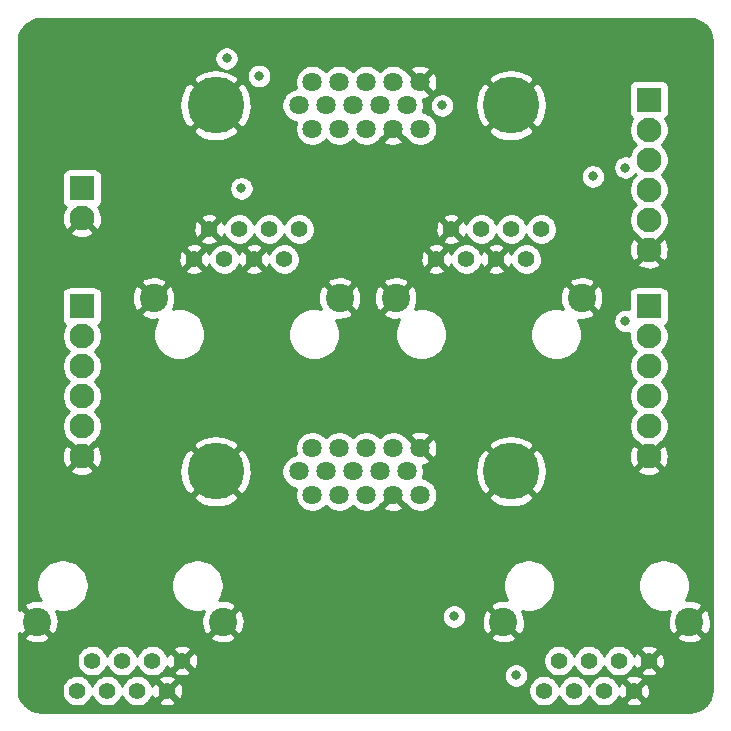
<source format=gbr>
G04 CAM350 V10.5 (Build 464) Date:  Mon Feb 15 08:33:08 2021 *
G04 Database: (Untitled) *
G04 Layer 8: ad57_adapter-In1_Cu.gbr *
%FSLAX23Y23*%
%MOIN*%
%SFA1.000B1.000*%

%MIA0B0*%
%IPPOS*%
%ADD10R,0.08268X0.08268*%
%ADD11C,0.08268*%
%ADD12C,0.18902*%
%ADD13C,0.06449*%
%ADD14C,0.09449*%
%ADD15C,0.05512*%
%ADD16C,0.03150*%
%ADD23C,0.01000*%
%LNad57_adapter-In1_Cu.gbr*%
%LPD*%
G36*
X4928Y-4743D02*
G01Y-4740D01*
Y-4640*
Y-4566*
Y-4555*
X4937Y-4559*
X4980Y-4516*
X4937Y-4473*
X4928Y-4477*
Y-4465*
Y-4099*
Y-4011*
Y-3967*
Y-3423*
Y-3387*
Y-3343*
Y-3310*
Y-3271*
Y-3243*
Y-3217*
Y-3173*
Y-2878*
Y-2795*
Y-2711*
Y-2634*
Y-2580*
X4929Y-2565*
X4933Y-2551*
X4940Y-2539*
X4949Y-2528*
X4960Y-2519*
X4972Y-2512*
X4985Y-2508*
X5001Y-2506*
X7164*
X7179Y-2508*
X7193Y-2512*
X7205Y-2519*
X7216Y-2527*
X7225Y-2538*
X7232Y-2551*
X7236Y-2564*
X7238Y-2579*
Y-4743*
X7236Y-4758*
X7232Y-4772*
X7226Y-4784*
X7217Y-4795*
X7206Y-4804*
X7193Y-4811*
X7180Y-4815*
X7165Y-4817*
X5001*
X4986Y-4815*
X4972Y-4811*
X4960Y-4804*
X4949Y-4795*
X4940Y-4785*
X4933Y-4772*
X4929Y-4759*
X4928Y-4743*
G37*
%LPC*%
G36*
X4987Y-4509D02*
G01X4988Y-4508D01*
X4995Y-4515*
X4994Y-4516*
X5038Y-4559*
X5049Y-4554*
X5055Y-4542*
X5059Y-4528*
X5060Y-4514*
X5058Y-4499*
X5054Y-4486*
X5051Y-4480*
X5064Y-4483*
X5081*
X5098Y-4480*
X5114Y-4473*
X5128Y-4464*
X5140Y-4451*
X5150Y-4437*
X5156Y-4421*
X5160Y-4404*
Y-4387*
X5156Y-4370*
X5150Y-4354*
X5140Y-4340*
X5128Y-4328*
X5114Y-4318*
X5098Y-4312*
X5081Y-4308*
X5064*
X5047Y-4312*
X5031Y-4318*
X5017Y-4328*
X5005Y-4340*
X4995Y-4354*
X4988Y-4370*
X4985Y-4387*
Y-4404*
X4988Y-4421*
X4995Y-4437*
X5000Y-4444*
X4999*
X4985Y-4443*
X4971Y-4445*
X4958Y-4450*
X4949Y-4454*
X4944Y-4465*
X4987Y-4509*
G37*
G36*
X5070Y-4751D02*
G01X5072Y-4761D01*
X5076Y-4771*
X5082Y-4779*
X5089Y-4786*
X5098Y-4792*
X5107Y-4796*
X5117Y-4798*
X5128*
X5138Y-4796*
X5147Y-4792*
X5156Y-4786*
X5163Y-4779*
X5169Y-4771*
X5172Y-4762*
X5176Y-4771*
X5182Y-4779*
X5189Y-4786*
X5198Y-4792*
X5207Y-4796*
X5217Y-4798*
X5228*
X5238Y-4796*
X5247Y-4792*
X5256Y-4786*
X5263Y-4779*
X5269Y-4771*
X5272Y-4762*
X5276Y-4771*
X5282Y-4779*
X5289Y-4786*
X5298Y-4792*
X5307Y-4796*
X5317Y-4798*
X5328*
X5338Y-4796*
X5347Y-4792*
X5356Y-4786*
X5361Y-4782*
X5363Y-4779*
X5369Y-4771*
X5373Y-4762*
X5375Y-4769*
X5377Y-4773*
X5386Y-4775*
X5415Y-4746*
X5386Y-4716*
X5377Y-4719*
X5373Y-4728*
X5372Y-4729*
X5369Y-4721*
X5363Y-4712*
X5361Y-4709*
X5356Y-4705*
X5347Y-4699*
X5338Y-4695*
X5328Y-4693*
X5317*
X5307Y-4695*
X5298Y-4699*
X5289Y-4705*
X5282Y-4712*
X5276Y-4721*
X5272Y-4729*
X5269Y-4721*
X5263Y-4712*
X5256Y-4705*
X5247Y-4699*
X5238Y-4695*
X5228Y-4693*
X5217*
X5207Y-4695*
X5198Y-4699*
X5189Y-4705*
X5182Y-4712*
X5176Y-4721*
X5172Y-4729*
X5169Y-4721*
X5163Y-4712*
X5156Y-4705*
X5147Y-4699*
X5138Y-4695*
X5128Y-4693*
X5117*
X5107Y-4695*
X5098Y-4699*
X5089Y-4705*
X5082Y-4712*
X5076Y-4721*
X5072Y-4730*
X5070Y-4740*
Y-4751*
G37*
G36*
X5073Y-3980D02*
G01X5077Y-3992D01*
X5081Y-4000*
X5092Y-4004*
X5131Y-3965*
X5092Y-3926*
X5081Y-3930*
X5075Y-3941*
X5072Y-3954*
X5071Y-3967*
X5073Y-3980*
G37*
G36*
X5071Y-3506D02*
G01X5072Y-3511D01*
X5073Y-3516*
X5076Y-3520*
X5079Y-3524*
X5083Y-3527*
X5079Y-3533*
X5074Y-3545*
X5071Y-3558*
Y-3571*
X5074Y-3584*
X5079Y-3596*
X5086Y-3607*
X5094Y-3615*
X5086Y-3622*
X5079Y-3633*
X5074Y-3645*
X5071Y-3658*
Y-3671*
X5074Y-3684*
X5079Y-3696*
X5086Y-3707*
X5094Y-3715*
X5086Y-3722*
X5079Y-3733*
X5074Y-3745*
X5071Y-3758*
Y-3771*
X5074Y-3784*
X5079Y-3796*
X5086Y-3807*
X5094Y-3815*
X5086Y-3822*
X5079Y-3833*
X5074Y-3845*
X5071Y-3858*
Y-3871*
X5074Y-3884*
X5079Y-3896*
X5086Y-3907*
X5096Y-3916*
X5099Y-3918*
X5138Y-3957*
X5177Y-3918*
X5180Y-3916*
X5189Y-3907*
X5197Y-3896*
X5202Y-3884*
X5204Y-3871*
Y-3858*
X5202Y-3845*
X5197Y-3833*
X5189Y-3822*
X5182Y-3815*
X5189Y-3807*
X5197Y-3796*
X5202Y-3784*
X5204Y-3771*
Y-3758*
X5202Y-3745*
X5197Y-3733*
X5189Y-3722*
X5182Y-3715*
X5189Y-3707*
X5197Y-3696*
X5202Y-3684*
X5204Y-3671*
Y-3658*
X5202Y-3645*
X5197Y-3633*
X5189Y-3622*
X5182Y-3615*
X5189Y-3607*
X5197Y-3596*
X5202Y-3584*
X5204Y-3571*
Y-3558*
X5202Y-3545*
X5197Y-3533*
X5193Y-3527*
X5197Y-3524*
X5200Y-3520*
X5202Y-3516*
X5204Y-3511*
Y-3506*
Y-3487*
Y-3439*
Y-3423*
Y-3418*
X5202Y-3414*
X5200Y-3409*
X5197Y-3405*
X5193Y-3402*
X5189Y-3400*
X5184Y-3399*
X5179Y-3398*
X5096*
X5092Y-3399*
X5087Y-3400*
X5083Y-3402*
X5079Y-3405*
X5076Y-3409*
X5073Y-3414*
X5072Y-3418*
X5071Y-3423*
Y-3506*
G37*
G36*
X5073Y-3186D02*
G01X5077Y-3199D01*
X5081Y-3206*
X5092Y-3210*
X5131Y-3171*
X5130Y-3170*
X5137Y-3163*
X5138Y-3164*
Y-3163*
X5145Y-3170*
Y-3171*
X5184Y-3210*
X5195Y-3206*
X5200Y-3194*
X5204Y-3182*
Y-3171*
Y-3168*
X5203Y-3156*
X5198Y-3143*
X5195Y-3136*
X5191Y-3134*
X5193Y-3133*
X5197Y-3130*
X5200Y-3126*
X5202Y-3122*
X5204Y-3117*
Y-3112*
Y-3067*
Y-3030*
Y-3027*
Y-3025*
X5202Y-3020*
X5200Y-3016*
X5197Y-3012*
X5193Y-3009*
X5189Y-3006*
X5184Y-3005*
X5179Y-3004*
X5096*
X5092Y-3005*
X5087Y-3006*
X5083Y-3009*
X5079Y-3012*
X5076Y-3016*
X5073Y-3020*
X5072Y-3025*
X5071Y-3030*
Y-3112*
X5072Y-3117*
X5073Y-3122*
X5076Y-3126*
X5079Y-3130*
X5083Y-3133*
X5085Y-3134*
X5081Y-3136*
X5075Y-3148*
X5072Y-3160*
X5071Y-3173*
X5073Y-3186*
G37*
G36*
X5103Y-4021D02*
G01X5115Y-4027D01*
X5127Y-4030*
X5140Y-4031*
X5153Y-4029*
X5165Y-4025*
X5173Y-4021*
X5175Y-4015*
X5177Y-4011*
X5138Y-3972*
X5099Y-4011*
X5103Y-4021*
G37*
G36*
Y-3228D02*
G01X5115Y-3233D01*
X5127Y-3237*
X5140*
X5153Y-3236*
X5165Y-3231*
X5173Y-3228*
X5177Y-3217*
X5170Y-3210*
X5138Y-3178*
X5099Y-3217*
X5103Y-3228*
G37*
G36*
X5120Y-4651D02*
G01X5122Y-4661D01*
X5126Y-4671*
X5132Y-4679*
X5139Y-4686*
X5148Y-4692*
X5157Y-4696*
X5167Y-4698*
X5178*
X5188Y-4696*
X5197Y-4692*
X5206Y-4686*
X5213Y-4679*
X5219Y-4671*
X5222Y-4662*
X5226Y-4671*
X5232Y-4679*
X5239Y-4686*
X5248Y-4692*
X5257Y-4696*
X5267Y-4698*
X5278*
X5288Y-4696*
X5297Y-4692*
X5306Y-4686*
X5313Y-4679*
X5319Y-4671*
X5322Y-4662*
X5326Y-4671*
X5332Y-4679*
X5339Y-4686*
X5348Y-4692*
X5357Y-4696*
X5367Y-4698*
X5378*
X5388Y-4696*
X5397Y-4692*
X5406Y-4686*
X5411Y-4682*
X5413Y-4679*
X5419Y-4671*
X5423Y-4662*
X5425Y-4669*
X5427Y-4673*
X5436Y-4675*
X5465Y-4646*
X5436Y-4616*
X5427Y-4619*
X5423Y-4628*
X5422Y-4629*
X5419Y-4621*
X5413Y-4612*
X5411Y-4609*
X5406Y-4605*
X5397Y-4599*
X5388Y-4595*
X5378Y-4593*
X5367*
X5357Y-4595*
X5348Y-4599*
X5339Y-4605*
X5332Y-4612*
X5326Y-4621*
X5322Y-4629*
X5319Y-4621*
X5313Y-4612*
X5306Y-4605*
X5297Y-4599*
X5288Y-4595*
X5278Y-4593*
X5267*
X5257Y-4595*
X5248Y-4599*
X5239Y-4605*
X5232Y-4612*
X5226Y-4621*
X5222Y-4629*
X5219Y-4621*
X5213Y-4612*
X5206Y-4605*
X5197Y-4599*
X5188Y-4595*
X5178Y-4593*
X5167*
X5157Y-4595*
X5148Y-4599*
X5139Y-4605*
X5132Y-4612*
X5126Y-4621*
X5122Y-4630*
X5120Y-4640*
Y-4651*
G37*
G36*
X5184Y-4004D02*
G01X5195Y-4000D01*
X5200Y-3988*
X5204Y-3975*
Y-3962*
X5203Y-3949*
X5198Y-3937*
X5195Y-3931*
Y-3930*
X5184Y-3926*
X5145Y-3965*
X5184Y-4004*
G37*
G36*
X5306Y-3453D02*
G01X5311Y-3467D01*
X5315Y-3476*
X5326Y-3480*
X5370Y-3437*
X5326Y-3394*
X5315Y-3398*
X5309Y-3411*
X5305Y-3425*
X5304Y-3439*
X5306Y-3453*
G37*
G36*
X5338Y-3499D02*
G01X5351Y-3505D01*
X5365Y-3509*
X5379Y-3510*
X5389Y-3508*
X5384Y-3516*
X5378Y-3532*
X5374Y-3548*
Y-3566*
X5378Y-3583*
X5384Y-3598*
X5394Y-3613*
X5406Y-3625*
X5420Y-3635*
X5436Y-3641*
X5453Y-3644*
X5470*
X5487Y-3641*
X5503Y-3635*
X5518Y-3625*
X5530Y-3613*
X5539Y-3598*
X5546Y-3583*
X5549Y-3566*
Y-3548*
X5546Y-3532*
X5539Y-3516*
X5530Y-3501*
X5518Y-3489*
X5503Y-3480*
X5487Y-3473*
X5470Y-3470*
X5453*
X5440Y-3472*
X5445Y-3463*
X5448Y-3449*
X5449Y-3435*
X5448Y-3421*
X5443Y-3407*
X5438Y-3398*
X5427Y-3394*
X5384Y-3437*
Y-3438*
X5377Y-3445*
Y-3444*
X5334Y-3487*
X5338Y-3499*
G37*
G36*
X5377Y-3430D02*
G01X5420Y-3387D01*
X5415Y-3375*
X5403Y-3369*
X5389Y-3365*
X5375Y-3364*
X5361Y-3366*
X5347Y-3371*
X5338Y-3375*
X5334Y-3387*
X5377Y-3430*
G37*
G36*
X5396Y-4791D02*
G01X5405Y-4796D01*
X5415Y-4798*
X5425*
X5436Y-4797*
X5445Y-4793*
X5449Y-4791*
X5452Y-4782*
X5422Y-4753*
X5393Y-4782*
X5396Y-4791*
G37*
G36*
X5422Y-4739D02*
G01X5452Y-4709D01*
X5449Y-4700*
X5440Y-4696*
X5430Y-4693*
X5420*
X5409Y-4695*
X5400Y-4698*
X5396Y-4700*
X5393Y-4709*
X5422Y-4739*
G37*
G36*
X5459Y-4775D02*
G01X5468Y-4773D01*
X5472Y-4763*
X5475Y-4753*
Y-4743*
Y-4740*
X5474Y-4733*
X5470Y-4723*
X5468Y-4719*
X5459Y-4716*
X5430Y-4746*
X5459Y-4775*
G37*
G36*
X5435Y-4404D02*
G01X5438Y-4421D01*
X5445Y-4437*
X5455Y-4451*
X5467Y-4464*
X5481Y-4473*
X5497Y-4480*
X5514Y-4483*
X5531*
X5544Y-4480*
X5540Y-4490*
X5536Y-4504*
X5535Y-4518*
X5537Y-4532*
X5541Y-4546*
X5546Y-4554*
X5557Y-4559*
X5600Y-4516*
Y-4515*
X5607Y-4508*
Y-4509*
X5651Y-4465*
X5646Y-4454*
X5633Y-4448*
X5620Y-4444*
X5605Y-4443*
X5595Y-4445*
X5600Y-4437*
X5606Y-4421*
X5610Y-4404*
Y-4387*
X5606Y-4370*
X5600Y-4354*
X5590Y-4340*
X5578Y-4328*
X5564Y-4318*
X5548Y-4312*
X5531Y-4308*
X5514*
X5497Y-4312*
X5481Y-4318*
X5467Y-4328*
X5455Y-4340*
X5445Y-4354*
X5438Y-4370*
X5435Y-4387*
Y-4404*
G37*
G36*
X5446Y-4691D02*
G01X5455Y-4696D01*
X5465Y-4698*
X5475*
X5486Y-4697*
X5495Y-4693*
X5499Y-4691*
X5502Y-4682*
X5472Y-4653*
X5443Y-4682*
X5446Y-4691*
G37*
G36*
X5472Y-4639D02*
G01X5502Y-4609D01*
X5499Y-4600*
X5490Y-4596*
X5480Y-4593*
X5470*
X5459Y-4595*
X5450Y-4598*
X5446Y-4600*
X5443Y-4609*
X5472Y-4639*
G37*
G36*
X5461Y-3320D02*
G01X5464Y-3330D01*
X5466Y-3334*
X5476Y-3336*
X5505Y-3307*
X5476Y-3278*
X5466Y-3280*
X5462Y-3290*
X5460Y-3300*
X5459Y-3310*
X5461Y-3320*
G37*
G36*
X5466Y-4039D02*
G01X5473Y-4061D01*
X5483Y-4081*
X5500Y-4092*
X5576Y-4015*
X5500Y-3938*
X5483Y-3949*
X5472Y-3969*
X5466Y-3992*
X5463Y-4015*
X5466Y-4039*
G37*
G36*
Y-2818D02*
G01X5473Y-2841D01*
X5483Y-2861*
X5500Y-2871*
X5576Y-2795*
X5500Y-2718*
X5483Y-2728*
X5472Y-2749*
X5466Y-2771*
X5463Y-2795*
X5466Y-2818*
G37*
G36*
X5509Y-4675D02*
G01X5518Y-4673D01*
X5522Y-4663*
X5525Y-4653*
Y-4643*
Y-4640*
X5524Y-4633*
X5520Y-4623*
X5518Y-4619*
X5509Y-4616*
X5480Y-4646*
X5509Y-4675*
G37*
G36*
X5485Y-3353D02*
G01X5494Y-3357D01*
X5504Y-3359*
X5515Y-3360*
X5525Y-3358*
X5535Y-3355*
X5539Y-3353*
X5541Y-3343*
X5512Y-3314*
X5483Y-3343*
X5485Y-3353*
G37*
G36*
X5512Y-3300D02*
G01X5541Y-3271D01*
X5539Y-3262*
X5529Y-3257*
X5519Y-3255*
X5509Y-3254*
X5499Y-3256*
X5489Y-3259*
X5485Y-3262*
X5483Y-3271*
X5512Y-3300*
G37*
G36*
X5517Y-4115D02*
G01X5538Y-4126D01*
X5560Y-4133*
X5584Y-4135*
X5607Y-4133*
X5630Y-4126*
X5650Y-4115*
X5660Y-4099*
X5584Y-4022*
X5507Y-4099*
X5517Y-4115*
G37*
G36*
X5584Y-4008D02*
G01X5660Y-3931D01*
X5650Y-3915*
X5629Y-3904*
X5607Y-3897*
X5583Y-3895*
X5560Y-3897*
X5537Y-3904*
X5517Y-3915*
X5507Y-3931*
X5584Y-4008*
G37*
G36*
X5511Y-3220D02*
G01X5514Y-3230D01*
X5516Y-3234*
X5526Y-3236*
X5555Y-3207*
X5526Y-3178*
X5516Y-3180*
X5512Y-3190*
X5510Y-3200*
X5509Y-3210*
X5511Y-3220*
G37*
G36*
X5517Y-2895D02*
G01X5538Y-2906D01*
X5560Y-2912*
X5584Y-2915*
X5607Y-2912*
X5630Y-2905*
X5650Y-2895*
X5660Y-2878*
X5584Y-2802*
X5507Y-2878*
X5517Y-2895*
G37*
G36*
X5584Y-2787D02*
G01X5660Y-2711D01*
X5650Y-2695*
X5647Y-2693*
X5629Y-2683*
X5607Y-2677*
X5583Y-2674*
X5560Y-2677*
X5537Y-2684*
X5517Y-2695*
X5507Y-2711*
X5584Y-2787*
G37*
G36*
X5548Y-3336D02*
G01X5557Y-3334D01*
X5562Y-3325*
Y-3324*
X5565Y-3332*
X5571Y-3341*
X5578Y-3348*
X5587Y-3354*
X5596Y-3358*
X5607Y-3360*
X5617*
X5627Y-3358*
X5637Y-3354*
X5645Y-3348*
X5650Y-3343*
X5653Y-3341*
X5658Y-3332*
X5662Y-3324*
X5664Y-3330*
X5666Y-3334*
X5676Y-3336*
X5705Y-3307*
X5676Y-3278*
X5666Y-3280*
X5662Y-3290*
X5658Y-3282*
X5653Y-3274*
X5650Y-3271*
X5645Y-3266*
X5637Y-3261*
X5627Y-3257*
X5617Y-3255*
X5607*
X5596Y-3257*
X5587Y-3261*
X5578Y-3266*
X5571Y-3274*
X5565Y-3282*
X5562Y-3291*
X5559Y-3284*
X5557Y-3280*
X5548Y-3278*
X5519Y-3307*
X5548Y-3336*
G37*
G36*
X5535Y-3253D02*
G01X5544Y-3257D01*
X5554Y-3259*
X5565Y-3260*
X5575Y-3258*
X5585Y-3255*
X5589Y-3253*
X5591Y-3243*
X5562Y-3214*
X5533Y-3243*
X5535Y-3253*
G37*
G36*
X5562Y-3200D02*
G01X5591Y-3171D01*
X5589Y-3162*
X5579Y-3157*
X5569Y-3155*
X5559Y-3154*
X5549Y-3156*
X5539Y-3159*
X5535Y-3162*
X5533Y-3171*
X5562Y-3200*
G37*
G36*
X5569Y-4577D02*
G01X5582Y-4584D01*
X5595Y-4587*
X5610Y-4588*
X5624Y-4586*
X5637Y-4582*
X5646Y-4577*
X5651Y-4566*
X5607Y-4523*
X5564Y-4566*
X5569Y-4577*
G37*
G36*
X5598Y-3236D02*
G01X5607Y-3234D01*
X5612Y-3225*
Y-3224*
X5615Y-3232*
X5621Y-3241*
X5628Y-3248*
X5637Y-3254*
X5646Y-3258*
X5657Y-3260*
X5667*
X5677Y-3258*
X5687Y-3254*
X5695Y-3248*
X5703Y-3241*
X5708Y-3232*
X5712Y-3224*
X5715Y-3232*
X5721Y-3241*
X5728Y-3248*
X5737Y-3254*
X5746Y-3258*
X5757Y-3260*
X5767*
X5777Y-3258*
X5787Y-3254*
X5795Y-3248*
X5803Y-3241*
X5808Y-3232*
X5812Y-3224*
X5815Y-3232*
X5821Y-3241*
X5828Y-3248*
X5837Y-3254*
X5846Y-3258*
X5857Y-3260*
X5867*
X5877Y-3258*
X5887Y-3254*
X5895Y-3248*
X5900Y-3243*
X5903Y-3241*
X5908Y-3232*
X5912Y-3222*
X5914Y-3212*
Y-3210*
Y-3202*
X5912Y-3192*
X5908Y-3182*
X5903Y-3174*
X5900Y-3171*
X5895Y-3166*
X5887Y-3161*
X5877Y-3157*
X5867Y-3155*
X5857*
X5846Y-3157*
X5837Y-3161*
X5828Y-3166*
X5821Y-3174*
X5815Y-3182*
X5812Y-3190*
X5808Y-3182*
X5803Y-3174*
X5795Y-3166*
X5787Y-3161*
X5777Y-3157*
X5767Y-3155*
X5757*
X5746Y-3157*
X5737Y-3161*
X5728Y-3166*
X5721Y-3174*
X5715Y-3182*
X5712Y-3190*
X5708Y-3182*
X5703Y-3174*
X5695Y-3166*
X5687Y-3161*
X5677Y-3157*
X5667Y-3155*
X5657*
X5646Y-3157*
X5637Y-3161*
X5628Y-3166*
X5621Y-3174*
X5615Y-3182*
X5612Y-3191*
X5609Y-3184*
X5607Y-3180*
X5598Y-3178*
X5569Y-3207*
X5598Y-3236*
G37*
G36*
X5579Y-2642D02*
G01X5581Y-2650D01*
X5584Y-2657*
X5588Y-2664*
X5594Y-2669*
X5601Y-2674*
X5608Y-2677*
X5616Y-2679*
X5624*
X5632Y-2677*
X5639Y-2674*
X5646Y-2669*
X5652Y-2664*
X5656Y-2657*
X5659Y-2650*
X5661Y-2642*
Y-2634*
X5659Y-2626*
X5656Y-2618*
X5652Y-2612*
X5646Y-2606*
X5639Y-2602*
X5632Y-2599*
X5624Y-2597*
X5616*
X5608Y-2599*
X5601Y-2602*
X5594Y-2606*
X5588Y-2612*
X5584Y-2618*
X5581Y-2626*
X5579Y-2634*
Y-2642*
G37*
G36*
X5667Y-4092D02*
G01X5684Y-4081D01*
X5695Y-4061*
X5701Y-4038*
X5704Y-4015*
X5703Y-4009*
X5701Y-3991*
X5694Y-3969*
X5684Y-3949*
X5667Y-3938*
X5591Y-4015*
X5667Y-4092*
G37*
G36*
Y-2871D02*
G01X5684Y-2861D01*
X5695Y-2840*
X5701Y-2818*
X5704Y-2794*
X5703Y-2789*
X5701Y-2771*
X5694Y-2748*
X5684Y-2728*
X5667Y-2718*
X5591Y-2795*
X5667Y-2871*
G37*
G36*
X5658Y-4559D02*
G01X5669Y-4554D01*
X5675Y-4542*
X5679Y-4528*
X5680Y-4514*
X5678Y-4499*
X5676Y-4494*
X5674Y-4486*
X5669Y-4477*
X5658Y-4473*
X5615Y-4516*
X5658Y-4559*
G37*
G36*
X5629Y-3075D02*
G01X5630Y-3083D01*
X5633Y-3090*
X5638Y-3097*
X5643Y-3103*
X5650Y-3107*
X5657Y-3110*
X5665Y-3112*
X5673*
X5681Y-3110*
X5689Y-3107*
X5695Y-3103*
X5701Y-3097*
X5705Y-3090*
X5708Y-3083*
X5710Y-3075*
Y-3067*
X5708Y-3059*
X5705Y-3052*
X5701Y-3045*
X5695Y-3039*
X5689Y-3035*
X5681Y-3032*
X5673Y-3030*
X5665*
X5657Y-3032*
X5650Y-3035*
X5643Y-3039*
X5638Y-3045*
X5633Y-3052*
X5630Y-3059*
X5629Y-3067*
Y-3075*
G37*
G36*
X5685Y-3353D02*
G01X5694Y-3357D01*
X5704Y-3359*
X5715Y-3360*
X5725Y-3358*
X5735Y-3355*
X5739Y-3353*
X5741Y-3343*
X5712Y-3314*
X5683Y-3343*
X5685Y-3353*
G37*
G36*
X5712Y-3300D02*
G01X5741Y-3271D01*
X5739Y-3262*
X5729Y-3257*
X5719Y-3255*
X5709Y-3254*
X5699Y-3256*
X5689Y-3259*
X5685Y-3262*
X5683Y-3271*
X5712Y-3300*
G37*
G36*
X5688Y-2701D02*
G01X5689Y-2709D01*
X5692Y-2716*
X5697Y-2723*
X5702Y-2729*
X5709Y-2733*
X5716Y-2736*
X5724Y-2738*
X5732*
X5740Y-2736*
X5748Y-2733*
X5754Y-2729*
X5760Y-2723*
X5764Y-2716*
X5768Y-2709*
X5769Y-2701*
Y-2693*
X5768Y-2685*
X5764Y-2678*
X5760Y-2671*
X5754Y-2665*
X5748Y-2661*
X5740Y-2658*
X5732Y-2656*
X5724*
X5716Y-2658*
X5709Y-2661*
X5702Y-2665*
X5697Y-2671*
X5692Y-2678*
X5689Y-2685*
X5688Y-2693*
Y-2701*
G37*
G36*
X5748Y-3336D02*
G01X5757Y-3334D01*
X5762Y-3325*
Y-3324*
X5765Y-3332*
X5771Y-3341*
X5778Y-3348*
X5787Y-3354*
X5796Y-3358*
X5807Y-3360*
X5817*
X5827Y-3358*
X5837Y-3354*
X5845Y-3348*
X5850Y-3343*
X5853Y-3341*
X5858Y-3332*
X5862Y-3322*
X5864Y-3312*
Y-3310*
Y-3302*
X5862Y-3292*
X5858Y-3282*
X5853Y-3274*
X5850Y-3271*
X5845Y-3266*
X5837Y-3261*
X5827Y-3257*
X5817Y-3255*
X5807*
X5796Y-3257*
X5787Y-3261*
X5778Y-3266*
X5771Y-3274*
X5765Y-3282*
X5762Y-3291*
X5759Y-3284*
X5757Y-3280*
X5748Y-3278*
X5719Y-3307*
X5748Y-3336*
G37*
G36*
X5803Y-4021D02*
G01X5805Y-4032D01*
X5810Y-4042*
X5816Y-4051*
X5824Y-4059*
X5833Y-4066*
X5844Y-4070*
X5852Y-4072*
X5850Y-4076*
X5848Y-4087*
Y-4099*
X5850Y-4110*
X5855Y-4120*
X5861Y-4129*
X5869Y-4137*
X5878Y-4144*
X5889Y-4148*
X5900Y-4150*
X5911*
X5922Y-4148*
X5933Y-4144*
X5942Y-4137*
X5950Y-4129*
X5951*
X5959Y-4137*
X5968Y-4144*
X5979Y-4148*
X5990Y-4150*
X6001*
X6012Y-4148*
X6023Y-4144*
X6032Y-4137*
X6040Y-4129*
X6041*
X6049Y-4137*
X6058Y-4144*
X6069Y-4148*
X6080Y-4150*
X6091*
X6102Y-4148*
X6113Y-4144*
X6122Y-4137*
X6127Y-4133*
X6130Y-4129*
X6133Y-4125*
X6136Y-4126*
X6168Y-4093*
Y-4092*
X6175Y-4085*
X6176Y-4086*
Y-4085*
X6183Y-4092*
Y-4093*
X6215Y-4126*
X6218Y-4125*
X6221Y-4129*
X6229Y-4137*
X6238Y-4144*
X6249Y-4148*
X6260Y-4150*
X6271*
X6282Y-4148*
X6293Y-4144*
X6302Y-4137*
X6310Y-4129*
X6316Y-4120*
X6321Y-4110*
X6323Y-4099*
Y-4087*
X6321Y-4076*
X6316Y-4066*
X6310Y-4057*
X6302Y-4049*
X6293Y-4042*
X6282Y-4038*
X6274Y-4036*
X6276Y-4032*
X6278Y-4021*
Y-4015*
Y-4009*
X6276Y-3998*
X6274Y-3994*
X6279Y-3993*
X6290Y-3989*
X6295Y-3986*
X6298Y-3977*
X6266Y-3944*
X6265Y-3945*
X6258Y-3938*
Y-3937*
X6226Y-3904*
X6223Y-3905*
X6220Y-3901*
X6217Y-3897*
X6212Y-3893*
X6203Y-3886*
X6192Y-3882*
X6181Y-3880*
X6170*
X6159Y-3882*
X6148Y-3886*
X6139Y-3893*
X6131Y-3901*
X6130*
X6122Y-3893*
X6113Y-3886*
X6102Y-3882*
X6091Y-3880*
X6080*
X6069Y-3882*
X6058Y-3886*
X6049Y-3893*
X6041Y-3901*
X6040*
X6032Y-3893*
X6023Y-3886*
X6012Y-3882*
X6001Y-3880*
X5990*
X5979Y-3882*
X5968Y-3886*
X5959Y-3893*
X5951Y-3901*
X5950*
X5942Y-3893*
X5933Y-3886*
X5922Y-3882*
X5911Y-3880*
X5900*
X5889Y-3882*
X5878Y-3886*
X5869Y-3893*
X5861Y-3901*
X5855Y-3910*
X5850Y-3920*
X5848Y-3931*
Y-3943*
X5850Y-3954*
X5852Y-3958*
X5844Y-3960*
X5833Y-3964*
X5824Y-3971*
X5816Y-3979*
X5810Y-3988*
X5805Y-3998*
X5803Y-4009*
Y-4021*
G37*
G36*
Y-2800D02*
G01X5805Y-2811D01*
X5810Y-2822*
X5816Y-2831*
X5824Y-2839*
X5833Y-2845*
X5844Y-2850*
X5852Y-2851*
X5850Y-2856*
X5848Y-2867*
Y-2878*
X5850Y-2889*
X5855Y-2900*
X5861Y-2909*
X5869Y-2917*
X5878Y-2923*
X5889Y-2928*
X5900Y-2930*
X5911*
X5922Y-2928*
X5933Y-2923*
X5942Y-2917*
X5950Y-2909*
X5951Y-2908*
Y-2909*
X5959Y-2917*
X5968Y-2923*
X5979Y-2928*
X5990Y-2930*
X6001*
X6012Y-2928*
X6023Y-2923*
X6032Y-2917*
X6040Y-2909*
X6041Y-2908*
Y-2909*
X6049Y-2917*
X6058Y-2923*
X6069Y-2928*
X6080Y-2930*
X6091*
X6102Y-2928*
X6113Y-2923*
X6122Y-2917*
X6127Y-2912*
X6130Y-2909*
X6133Y-2904*
X6136Y-2905*
X6168Y-2873*
Y-2872*
X6175Y-2865*
X6176*
X6183Y-2872*
Y-2873*
X6215Y-2905*
X6218Y-2904*
X6221Y-2909*
X6229Y-2917*
X6238Y-2923*
X6249Y-2928*
X6260Y-2930*
X6271*
X6282Y-2928*
X6293Y-2923*
X6302Y-2917*
X6310Y-2909*
X6316Y-2900*
X6321Y-2889*
X6323Y-2878*
Y-2867*
X6321Y-2856*
X6316Y-2845*
X6310Y-2836*
X6302Y-2828*
X6293Y-2822*
X6282Y-2817*
X6274Y-2816*
X6276Y-2811*
X6278Y-2800*
Y-2791*
Y-2789*
X6276Y-2778*
X6274Y-2773*
X6279Y-2772*
X6290Y-2769*
X6295Y-2766*
X6298Y-2756*
X6266Y-2724*
X6265*
X6258Y-2717*
X6226Y-2684*
X6223Y-2685*
X6220Y-2680*
X6217Y-2677*
X6212Y-2672*
X6203Y-2666*
X6192Y-2661*
X6181Y-2659*
X6170*
X6159Y-2661*
X6148Y-2666*
X6139Y-2672*
X6131Y-2680*
Y-2681*
X6130Y-2680*
X6122Y-2672*
X6113Y-2666*
X6102Y-2661*
X6091Y-2659*
X6080*
X6069Y-2661*
X6058Y-2666*
X6049Y-2672*
X6041Y-2680*
Y-2681*
X6040Y-2680*
X6032Y-2672*
X6023Y-2666*
X6012Y-2661*
X6001Y-2659*
X5990*
X5979Y-2661*
X5968Y-2666*
X5959Y-2672*
X5951Y-2680*
Y-2681*
X5950Y-2680*
X5942Y-2672*
X5933Y-2666*
X5922Y-2661*
X5911Y-2659*
X5900*
X5889Y-2661*
X5878Y-2666*
X5869Y-2672*
X5861Y-2680*
X5855Y-2689*
X5850Y-2700*
X5848Y-2711*
Y-2722*
X5850Y-2733*
X5852Y-2738*
X5844Y-2739*
X5833Y-2744*
X5824Y-2750*
X5816Y-2758*
X5810Y-2767*
X5805Y-2778*
X5803Y-2789*
Y-2800*
G37*
G36*
X5824Y-3566D02*
G01X5828Y-3583D01*
X5834Y-3598*
X5844Y-3613*
X5856Y-3625*
X5870Y-3635*
X5886Y-3641*
X5903Y-3644*
X5920*
X5937Y-3641*
X5953Y-3635*
X5968Y-3625*
X5980Y-3613*
X5989Y-3598*
X5996Y-3583*
X5999Y-3566*
Y-3548*
X5996Y-3532*
X5989Y-3516*
X5984Y-3509*
X5985*
X5999Y-3510*
X6013Y-3508*
X6027Y-3503*
X6035Y-3499*
X6040Y-3487*
X5997Y-3444*
X5996Y-3445*
X5989Y-3438*
X5990Y-3437*
X5947Y-3394*
X5935Y-3398*
X5929Y-3411*
X5925Y-3425*
X5924Y-3439*
X5926Y-3453*
X5931Y-3467*
X5934Y-3472*
X5920Y-3470*
X5903*
X5886Y-3473*
X5870Y-3480*
X5856Y-3489*
X5844Y-3501*
X5834Y-3516*
X5828Y-3532*
X5824Y-3548*
Y-3566*
G37*
G36*
X5997Y-3430D02*
G01X6040Y-3387D01*
X6035Y-3375*
X6023Y-3369*
X6009Y-3365*
X5995Y-3364*
X5981Y-3366*
X5967Y-3371*
X5958Y-3375*
X5954Y-3387*
X5997Y-3430*
G37*
G36*
X6047Y-3480D02*
G01X6058Y-3476D01*
X6065Y-3463*
X6068Y-3449*
X6069Y-3439*
Y-3435*
X6068Y-3421*
X6063Y-3407*
X6058Y-3398*
X6047Y-3394*
X6004Y-3437*
X6047Y-3480*
G37*
G36*
X6113Y-3453D02*
G01X6118Y-3467D01*
X6122Y-3476*
X6134Y-3480*
X6177Y-3437*
X6134Y-3394*
X6122Y-3398*
X6116Y-3411*
X6112Y-3425*
X6111Y-3439*
X6113Y-3453*
G37*
G36*
X6146Y-4142D02*
G01X6156Y-4147D01*
X6167Y-4150*
X6178*
X6189Y-4149*
X6200Y-4145*
X6205Y-4142*
X6208Y-4133*
X6176Y-4100*
X6143Y-4133*
X6146Y-4142*
G37*
G36*
X6145Y-3499D02*
G01X6158Y-3505D01*
X6172Y-3509*
X6186Y-3510*
X6196Y-3508*
X6191Y-3516*
X6185Y-3532*
X6181Y-3548*
Y-3566*
X6185Y-3583*
X6191Y-3598*
X6201Y-3613*
X6213Y-3625*
X6227Y-3635*
X6243Y-3641*
X6260Y-3644*
X6278*
X6294Y-3641*
X6310Y-3635*
X6325Y-3625*
X6337Y-3613*
X6346Y-3598*
X6353Y-3583*
X6356Y-3566*
Y-3548*
X6353Y-3532*
X6346Y-3516*
X6337Y-3501*
X6325Y-3489*
X6310Y-3480*
X6294Y-3473*
X6278Y-3470*
X6260*
X6247Y-3472*
X6252Y-3463*
X6255Y-3449*
X6256Y-3435*
X6255Y-3421*
X6250Y-3407*
X6245Y-3398*
X6234Y-3394*
X6191Y-3437*
Y-3438*
X6184Y-3445*
Y-3444*
X6141Y-3487*
X6145Y-3499*
G37*
G36*
X6184Y-3430D02*
G01X6227Y-3387D01*
X6222Y-3375*
X6210Y-3369*
X6196Y-3365*
X6182Y-3364*
X6168Y-3366*
X6154Y-3371*
X6145Y-3375*
X6141Y-3387*
X6184Y-3430*
G37*
G36*
X6146Y-2922D02*
G01X6156Y-2927D01*
X6167Y-2929*
X6178Y-2930*
X6189Y-2928*
X6200Y-2925*
X6205Y-2922*
X6208Y-2912*
X6176Y-2880*
X6143Y-2912*
X6146Y-2922*
G37*
G36*
X6266Y-3930D02*
G01X6298Y-3897D01*
X6295Y-3888*
X6285Y-3883*
X6274Y-3880*
X6263*
X6252Y-3881*
X6241Y-3885*
X6236Y-3888*
X6233Y-3897*
X6266Y-3930*
G37*
G36*
Y-2709D02*
G01X6298Y-2677D01*
X6295Y-2667*
X6285Y-2662*
X6274Y-2660*
X6263Y-2659*
X6252Y-2661*
X6241Y-2665*
X6236Y-2667*
X6233Y-2677*
X6266Y-2709*
G37*
G36*
X6268Y-3320D02*
G01X6271Y-3330D01*
X6273Y-3334*
X6283Y-3336*
X6312Y-3307*
X6283Y-3278*
X6273Y-3280*
X6269Y-3290*
X6267Y-3300*
X6266Y-3310*
X6268Y-3320*
G37*
G36*
X6305Y-3970D02*
G01X6315Y-3967D01*
X6320Y-3956*
X6322Y-3946*
X6323Y-3934*
X6322Y-3931*
X6321Y-3923*
X6318Y-3912*
X6315Y-3907*
X6305Y-3904*
X6273Y-3937*
X6305Y-3970*
G37*
G36*
Y-2749D02*
G01X6315Y-2746D01*
X6320Y-2736*
X6322Y-2725*
X6323Y-2714*
X6322Y-2711*
X6321Y-2703*
X6318Y-2692*
X6315Y-2687*
X6305Y-2684*
X6273Y-2717*
X6305Y-2749*
G37*
G36*
X6292Y-3353D02*
G01X6301Y-3357D01*
X6311Y-3359*
X6322Y-3360*
X6332Y-3358*
X6342Y-3355*
X6346Y-3353*
X6348Y-3343*
X6319Y-3314*
X6290Y-3343*
X6292Y-3353*
G37*
G36*
X6319Y-3300D02*
G01X6348Y-3271D01*
X6346Y-3262*
X6336Y-3257*
X6326Y-3255*
X6316Y-3254*
X6306Y-3256*
X6296Y-3259*
X6292Y-3262*
X6290Y-3271*
X6319Y-3300*
G37*
G36*
X6298Y-2799D02*
G01X6299Y-2807D01*
X6302Y-2815*
X6307Y-2821*
X6313Y-2827*
X6319Y-2831*
X6327Y-2834*
X6335Y-2836*
X6343*
X6350Y-2834*
X6358Y-2831*
X6365Y-2827*
X6370Y-2821*
X6375Y-2815*
X6378Y-2807*
X6379Y-2799*
Y-2795*
Y-2791*
X6378Y-2783*
X6375Y-2776*
X6370Y-2769*
X6365Y-2764*
X6358Y-2759*
X6350Y-2756*
X6343Y-2755*
X6335*
X6327Y-2756*
X6319Y-2759*
X6313Y-2764*
X6307Y-2769*
X6302Y-2776*
X6299Y-2783*
X6298Y-2791*
Y-2799*
G37*
G36*
X6318Y-3220D02*
G01X6321Y-3230D01*
X6323Y-3234*
X6333Y-3236*
X6362Y-3207*
X6333Y-3178*
X6323Y-3180*
X6319Y-3190*
X6317Y-3200*
X6316Y-3210*
X6318Y-3220*
G37*
G36*
X6355Y-3336D02*
G01X6364Y-3334D01*
X6369Y-3325*
Y-3324*
X6372Y-3332*
X6378Y-3341*
X6385Y-3348*
X6394Y-3354*
X6404Y-3358*
X6414Y-3360*
X6424*
X6434Y-3358*
X6444Y-3354*
X6452Y-3348*
X6457Y-3343*
X6460Y-3341*
X6465Y-3332*
X6469Y-3324*
X6471Y-3330*
X6473Y-3334*
X6483Y-3336*
X6512Y-3307*
X6483Y-3278*
X6473Y-3280*
X6469Y-3290*
X6465Y-3282*
X6460Y-3274*
X6457Y-3271*
X6452Y-3266*
X6444Y-3261*
X6434Y-3257*
X6424Y-3255*
X6414*
X6404Y-3257*
X6394Y-3261*
X6385Y-3266*
X6378Y-3274*
X6372Y-3282*
X6369Y-3291*
X6366Y-3284*
X6364Y-3280*
X6355Y-3278*
X6326Y-3307*
X6355Y-3336*
G37*
G36*
X6337Y-4502D02*
G01X6339Y-4510D01*
X6342Y-4517*
X6346Y-4524*
X6352Y-4530*
X6359Y-4534*
X6366Y-4537*
X6374Y-4539*
X6382*
X6390Y-4537*
X6397Y-4534*
X6404Y-4530*
X6410Y-4524*
X6414Y-4518*
Y-4517*
X6417Y-4510*
X6419Y-4502*
Y-4494*
X6417Y-4486*
X6414Y-4479*
X6410Y-4472*
X6404Y-4466*
X6403Y-4465*
X6397Y-4462*
X6390Y-4459*
X6382Y-4457*
X6374*
X6366Y-4459*
X6359Y-4462*
X6352Y-4466*
X6346Y-4472*
X6342Y-4479*
X6339Y-4486*
X6337Y-4494*
Y-4502*
G37*
G36*
X6342Y-3253D02*
G01X6351Y-3257D01*
X6361Y-3259*
X6372Y-3260*
X6382Y-3258*
X6392Y-3255*
X6396Y-3253*
X6398Y-3243*
X6369Y-3214*
X6340Y-3243*
X6342Y-3253*
G37*
G36*
X6369Y-3200D02*
G01X6398Y-3171D01*
X6396Y-3162*
X6386Y-3157*
X6376Y-3155*
X6366Y-3154*
X6356Y-3156*
X6346Y-3159*
X6342Y-3162*
X6340Y-3171*
X6369Y-3200*
G37*
G36*
X6405Y-3236D02*
G01X6414Y-3234D01*
X6419Y-3225*
Y-3224*
X6422Y-3232*
X6428Y-3241*
X6435Y-3248*
X6444Y-3254*
X6454Y-3258*
X6464Y-3260*
X6474*
X6484Y-3258*
X6494Y-3254*
X6502Y-3248*
X6510Y-3241*
X6515Y-3232*
X6519Y-3224*
X6522Y-3232*
X6528Y-3241*
X6535Y-3248*
X6544Y-3254*
X6554Y-3258*
X6564Y-3260*
X6574*
X6584Y-3258*
X6594Y-3254*
X6602Y-3248*
X6610Y-3241*
X6615Y-3232*
X6619Y-3224*
X6622Y-3232*
X6628Y-3241*
X6635Y-3248*
X6644Y-3254*
X6654Y-3258*
X6664Y-3260*
X6674*
X6684Y-3258*
X6694Y-3254*
X6702Y-3248*
X6710Y-3241*
X6715Y-3232*
X6719Y-3222*
X6721Y-3212*
Y-3202*
X6719Y-3192*
X6715Y-3182*
X6710Y-3174*
X6702Y-3166*
X6694Y-3161*
X6684Y-3157*
X6674Y-3155*
X6664*
X6654Y-3157*
X6644Y-3161*
X6635Y-3166*
X6628Y-3174*
X6622Y-3182*
X6619Y-3190*
X6615Y-3182*
X6610Y-3174*
X6602Y-3166*
X6594Y-3161*
X6584Y-3157*
X6574Y-3155*
X6564*
X6554Y-3157*
X6544Y-3161*
X6535Y-3166*
X6528Y-3174*
X6522Y-3182*
X6519Y-3190*
X6515Y-3182*
X6510Y-3174*
X6502Y-3166*
X6494Y-3161*
X6484Y-3157*
X6474Y-3155*
X6464*
X6454Y-3157*
X6444Y-3161*
X6435Y-3166*
X6428Y-3174*
X6422Y-3182*
X6419Y-3191*
X6416Y-3184*
X6414Y-3180*
X6405Y-3178*
X6376Y-3207*
X6405Y-3236*
G37*
G36*
X6450Y-4039D02*
G01X6457Y-4061D01*
X6468Y-4081*
X6484Y-4092*
X6560Y-4015*
X6484Y-3938*
X6468Y-3949*
X6456Y-3969*
X6450Y-3992*
X6447Y-4015*
X6450Y-4039*
G37*
G36*
Y-2818D02*
G01X6457Y-2841D01*
X6468Y-2861*
X6484Y-2871*
X6560Y-2795*
X6484Y-2718*
X6468Y-2728*
X6456Y-2749*
X6450Y-2771*
X6447Y-2795*
X6450Y-2818*
G37*
G36*
X6472Y-4532D02*
G01X6476Y-4546D01*
X6481Y-4554*
X6492Y-4559*
X6535Y-4516*
X6492Y-4473*
X6481Y-4477*
X6475Y-4490*
X6471Y-4504*
X6470Y-4518*
X6472Y-4532*
G37*
G36*
X6501Y-4115D02*
G01X6522Y-4126D01*
X6544Y-4133*
X6568Y-4135*
X6591Y-4133*
X6614Y-4126*
X6634Y-4115*
X6644Y-4099*
X6568Y-4022*
X6491Y-4099*
X6501Y-4115*
G37*
G36*
X6568Y-4008D02*
G01X6644Y-3931D01*
X6634Y-3915*
X6613Y-3904*
X6591Y-3897*
X6567Y-3895*
X6544Y-3897*
X6521Y-3904*
X6501Y-3915*
X6491Y-3931*
X6568Y-4008*
G37*
G36*
X6492Y-3353D02*
G01X6501Y-3357D01*
X6511Y-3359*
X6522Y-3360*
X6532Y-3358*
X6542Y-3355*
X6546Y-3353*
X6548Y-3343*
X6519Y-3314*
X6490Y-3343*
X6492Y-3353*
G37*
G36*
X6519Y-3300D02*
G01X6548Y-3271D01*
X6546Y-3262*
X6536Y-3257*
X6526Y-3255*
X6516Y-3254*
X6506Y-3256*
X6496Y-3259*
X6492Y-3262*
X6490Y-3271*
X6519Y-3300*
G37*
G36*
X6501Y-2895D02*
G01X6522Y-2906D01*
X6544Y-2912*
X6568Y-2915*
X6591Y-2912*
X6614Y-2905*
X6634Y-2895*
X6644Y-2878*
X6568Y-2802*
X6491Y-2878*
X6501Y-2895*
G37*
G36*
X6568Y-2787D02*
G01X6644Y-2711D01*
X6634Y-2695*
X6613Y-2683*
X6591Y-2677*
X6567Y-2674*
X6544Y-2677*
X6521Y-2684*
X6501Y-2695*
X6491Y-2711*
X6568Y-2787*
G37*
G36*
X6504Y-4577D02*
G01X6517Y-4584D01*
X6530Y-4587*
X6545Y-4588*
X6559Y-4586*
X6572Y-4582*
X6581Y-4577*
X6586Y-4566*
X6543Y-4523*
X6499Y-4566*
X6504Y-4577*
G37*
G36*
X6543Y-4509D02*
G01Y-4508D01*
X6550Y-4515*
Y-4516*
X6593Y-4559*
X6604Y-4554*
X6610Y-4542*
X6614Y-4528*
X6615Y-4514*
X6613Y-4499*
X6609Y-4486*
X6606Y-4480*
X6619Y-4483*
X6636*
X6653Y-4480*
X6669Y-4473*
X6683Y-4464*
X6695Y-4451*
X6705Y-4437*
X6712Y-4421*
X6715Y-4404*
Y-4387*
X6712Y-4370*
X6705Y-4354*
X6695Y-4340*
X6683Y-4328*
X6669Y-4318*
X6653Y-4312*
X6636Y-4308*
X6619*
X6602Y-4312*
X6586Y-4318*
X6572Y-4328*
X6560Y-4340*
X6550Y-4354*
X6544Y-4370*
X6540Y-4387*
Y-4404*
X6544Y-4421*
X6550Y-4437*
X6555Y-4444*
X6540Y-4443*
X6526Y-4445*
X6513Y-4450*
X6504Y-4454*
X6499Y-4465*
X6543Y-4509*
G37*
G36*
X6555Y-3336D02*
G01X6564Y-3334D01*
X6569Y-3325*
Y-3324*
X6572Y-3332*
X6578Y-3341*
X6585Y-3348*
X6594Y-3354*
X6604Y-3358*
X6614Y-3360*
X6624*
X6634Y-3358*
X6644Y-3354*
X6652Y-3348*
X6660Y-3341*
X6665Y-3332*
X6669Y-3322*
X6670*
X6671Y-3312*
Y-3302*
X6669Y-3292*
X6665Y-3282*
X6663Y-3278*
X6660Y-3274*
X6652Y-3266*
X6644Y-3261*
X6634Y-3257*
X6624Y-3255*
X6614*
X6604Y-3257*
X6594Y-3261*
X6585Y-3266*
X6578Y-3274*
X6572Y-3282*
X6569Y-3291*
X6566Y-3284*
X6564Y-3280*
X6555Y-3278*
X6526Y-3307*
X6555Y-3336*
G37*
G36*
X6544Y-4699D02*
G01X6545Y-4707D01*
X6549Y-4714*
X6553Y-4721*
X6559Y-4727*
X6565Y-4731*
X6573Y-4734*
X6581Y-4736*
X6589*
X6597Y-4734*
X6604Y-4731*
X6611Y-4727*
X6616Y-4721*
X6621Y-4714*
X6624Y-4707*
X6625Y-4699*
Y-4691*
X6624Y-4683*
X6621Y-4676*
X6616Y-4669*
X6611Y-4663*
X6604Y-4659*
X6597Y-4656*
X6589Y-4654*
X6581*
X6573Y-4656*
X6565Y-4659*
X6559Y-4663*
X6553Y-4669*
X6549Y-4676*
X6545Y-4683*
X6544Y-4691*
Y-4699*
G37*
G36*
X6651Y-4092D02*
G01X6668Y-4081D01*
X6679Y-4061*
X6685Y-4038*
X6688Y-4015*
X6687Y-4011*
X6685Y-3991*
X6678Y-3969*
X6677Y-3967*
X6668Y-3949*
X6651Y-3938*
X6575Y-4015*
X6651Y-4092*
G37*
G36*
Y-2871D02*
G01X6668Y-2861D01*
X6679Y-2840*
X6685Y-2818*
X6688Y-2794*
X6685Y-2771*
X6678Y-2748*
X6668Y-2728*
X6651Y-2718*
X6575Y-2795*
X6651Y-2871*
G37*
G36*
X6625Y-4751D02*
G01X6627Y-4761D01*
X6631Y-4771*
X6637Y-4779*
X6644Y-4786*
X6653Y-4792*
X6662Y-4796*
X6672Y-4798*
X6683*
X6693Y-4796*
X6702Y-4792*
X6711Y-4786*
X6718Y-4779*
X6724Y-4771*
X6728Y-4762*
X6731Y-4771*
X6737Y-4779*
X6744Y-4786*
X6753Y-4792*
X6762Y-4796*
X6772Y-4798*
X6783*
X6793Y-4796*
X6802Y-4792*
X6811Y-4786*
X6818Y-4779*
X6824Y-4771*
X6828Y-4762*
X6831Y-4771*
X6837Y-4779*
X6844Y-4786*
X6853Y-4792*
X6862Y-4796*
X6872Y-4798*
X6883*
X6893Y-4796*
X6902Y-4792*
X6911Y-4786*
X6916Y-4782*
X6918Y-4779*
X6924Y-4771*
X6928Y-4762*
X6930Y-4769*
X6932Y-4773*
X6941Y-4775*
X6970Y-4746*
X6941Y-4716*
X6932Y-4719*
X6928Y-4728*
Y-4729*
X6924Y-4721*
X6918Y-4712*
X6916Y-4709*
X6911Y-4705*
X6902Y-4699*
X6893Y-4695*
X6883Y-4693*
X6872*
X6862Y-4695*
X6853Y-4699*
X6844Y-4705*
X6837Y-4712*
X6831Y-4721*
X6828Y-4729*
X6824Y-4721*
X6818Y-4712*
X6811Y-4705*
X6802Y-4699*
X6793Y-4695*
X6783Y-4693*
X6772*
X6762Y-4695*
X6753Y-4699*
X6744Y-4705*
X6737Y-4712*
X6731Y-4721*
X6728Y-4729*
X6724Y-4721*
X6718Y-4712*
X6711Y-4705*
X6702Y-4699*
X6693Y-4695*
X6683Y-4693*
X6672*
X6662Y-4695*
X6653Y-4699*
X6644Y-4705*
X6637Y-4712*
X6631Y-4721*
X6627Y-4730*
X6625Y-4740*
Y-4751*
G37*
G36*
X6631Y-3566D02*
G01X6635Y-3583D01*
X6641Y-3598*
X6651Y-3613*
X6663Y-3625*
X6677Y-3635*
X6693Y-3641*
X6710Y-3644*
X6728*
X6744Y-3641*
X6760Y-3635*
X6775Y-3625*
X6787Y-3613*
X6796Y-3598*
X6803Y-3583*
X6806Y-3566*
Y-3548*
X6803Y-3532*
X6796Y-3516*
X6792Y-3510*
Y-3509*
X6806Y-3510*
X6820Y-3508*
X6834Y-3503*
X6842Y-3499*
X6847Y-3487*
X6804Y-3444*
X6803Y-3445*
X6796Y-3438*
X6797Y-3437*
X6754Y-3394*
X6742Y-3398*
X6736Y-3411*
X6732Y-3425*
X6731Y-3439*
X6733Y-3453*
X6738Y-3467*
X6741Y-3472*
X6728Y-3470*
X6710*
X6693Y-3473*
X6677Y-3480*
X6663Y-3489*
X6651Y-3501*
X6641Y-3516*
X6635Y-3532*
X6631Y-3548*
Y-3566*
G37*
G36*
X6675Y-4651D02*
G01X6677Y-4661D01*
X6681Y-4671*
X6687Y-4679*
X6694Y-4686*
X6703Y-4692*
X6712Y-4696*
X6722Y-4698*
X6733*
X6743Y-4696*
X6752Y-4692*
X6761Y-4686*
X6768Y-4679*
X6774Y-4671*
X6778Y-4662*
X6781Y-4671*
X6787Y-4679*
X6794Y-4686*
X6803Y-4692*
X6812Y-4696*
X6822Y-4698*
X6833*
X6843Y-4696*
X6852Y-4692*
X6861Y-4686*
X6868Y-4679*
X6874Y-4671*
X6878Y-4662*
X6881Y-4671*
X6887Y-4679*
X6894Y-4686*
X6903Y-4692*
X6912Y-4696*
X6922Y-4698*
X6933*
X6943Y-4696*
X6952Y-4692*
X6961Y-4686*
X6966Y-4682*
X6968Y-4679*
X6974Y-4671*
X6978Y-4662*
X6980Y-4669*
X6982Y-4673*
X6991Y-4675*
X7020Y-4646*
X6991Y-4616*
X6982Y-4619*
X6978Y-4628*
Y-4629*
X6974Y-4621*
X6968Y-4612*
X6966Y-4609*
X6961Y-4605*
X6952Y-4599*
X6943Y-4595*
X6933Y-4593*
X6922*
X6912Y-4595*
X6903Y-4599*
X6894Y-4605*
X6887Y-4612*
X6881Y-4621*
X6878Y-4629*
X6874Y-4621*
X6868Y-4612*
X6861Y-4605*
X6852Y-4599*
X6843Y-4595*
X6833Y-4593*
X6822*
X6812Y-4595*
X6803Y-4599*
X6794Y-4605*
X6787Y-4612*
X6781Y-4621*
X6778Y-4629*
X6774Y-4621*
X6768Y-4612*
X6761Y-4605*
X6752Y-4599*
X6743Y-4595*
X6733Y-4593*
X6722*
X6712Y-4595*
X6703Y-4599*
X6694Y-4605*
X6687Y-4612*
X6681Y-4621*
X6677Y-4630*
X6675Y-4640*
Y-4651*
G37*
G36*
X6804Y-3430D02*
G01X6847Y-3387D01*
X6842Y-3375*
X6830Y-3369*
X6816Y-3365*
X6802Y-3364*
X6788Y-3366*
X6774Y-3371*
X6765Y-3375*
X6761Y-3387*
X6804Y-3430*
G37*
G36*
X6800Y-3036D02*
G01X6801Y-3043D01*
X6804Y-3051*
X6809Y-3057*
X6815Y-3063*
X6821Y-3068*
X6829Y-3071*
X6837Y-3072*
X6845*
X6852Y-3071*
X6860Y-3068*
X6867Y-3063*
X6872Y-3057*
X6877Y-3051*
X6880Y-3043*
X6881Y-3036*
Y-3027*
X6880Y-3020*
X6877Y-3012*
X6872Y-3006*
X6867Y-3000*
X6864Y-2998*
X6860Y-2995*
X6852Y-2992*
X6845Y-2991*
X6837*
X6829Y-2992*
X6821Y-2995*
X6815Y-3000*
X6809Y-3006*
X6804Y-3012*
X6801Y-3020*
X6800Y-3027*
Y-3036*
G37*
G36*
X6854Y-3480D02*
G01X6865Y-3476D01*
X6872Y-3463*
X6876Y-3449*
Y-3435*
X6875Y-3421*
X6870Y-3407*
X6865Y-3398*
X6854Y-3394*
X6811Y-3437*
X6854Y-3480*
G37*
G36*
X6908Y-3518D02*
G01X6910Y-3526D01*
X6913Y-3533*
X6917Y-3540*
X6923Y-3545*
X6930Y-3550*
X6937Y-3553*
X6945Y-3555*
X6953*
X6961Y-3553*
X6962Y-3552*
X6961Y-3558*
Y-3571*
X6964Y-3584*
X6969Y-3596*
X6976Y-3607*
X6984Y-3615*
X6976Y-3622*
X6969Y-3633*
X6964Y-3645*
X6961Y-3658*
Y-3671*
X6964Y-3684*
X6969Y-3696*
X6976Y-3707*
X6984Y-3715*
X6976Y-3722*
X6969Y-3733*
X6964Y-3745*
X6961Y-3758*
Y-3771*
X6964Y-3784*
X6969Y-3796*
X6976Y-3807*
X6984Y-3815*
X6976Y-3822*
X6969Y-3833*
X6964Y-3845*
X6961Y-3858*
Y-3871*
X6964Y-3884*
X6969Y-3896*
X6976Y-3907*
X6985Y-3916*
X6989Y-3918*
X7028Y-3957*
X7067Y-3918*
X7070Y-3916*
X7079Y-3907*
X7086Y-3896*
X7091Y-3884*
X7094Y-3871*
Y-3858*
X7091Y-3845*
X7086Y-3833*
X7079Y-3822*
X7071Y-3815*
X7079Y-3807*
X7086Y-3796*
X7091Y-3784*
X7094Y-3771*
Y-3758*
X7091Y-3745*
X7086Y-3733*
X7079Y-3722*
X7071Y-3715*
X7079Y-3707*
X7086Y-3696*
X7091Y-3684*
X7094Y-3671*
Y-3658*
X7091Y-3645*
X7086Y-3633*
X7079Y-3622*
X7071Y-3615*
X7079Y-3607*
X7086Y-3596*
X7091Y-3584*
X7094Y-3571*
Y-3558*
X7091Y-3545*
X7086Y-3533*
X7082Y-3527*
X7083*
X7087Y-3524*
X7090Y-3520*
X7092Y-3516*
X7094Y-3511*
Y-3506*
Y-3423*
Y-3418*
X7092Y-3414*
X7090Y-3409*
X7087Y-3405*
X7083Y-3402*
X7079Y-3400*
X7074Y-3399*
X7069Y-3398*
X6986*
X6981Y-3399*
X6977Y-3400*
X6972Y-3402*
X6968Y-3405*
X6965Y-3409*
X6963Y-3414*
X6962Y-3418*
X6961Y-3423*
Y-3475*
X6953Y-3473*
X6945*
X6937Y-3475*
X6930Y-3478*
X6923Y-3482*
X6917Y-3488*
X6913Y-3494*
X6910Y-3502*
X6908Y-3510*
Y-3518*
G37*
G36*
Y-3006D02*
G01X6910Y-3014D01*
X6913Y-3021*
X6917Y-3028*
X6923Y-3034*
X6930Y-3038*
X6937Y-3041*
X6945Y-3043*
X6953*
X6961Y-3041*
X6968Y-3038*
X6975Y-3034*
X6980Y-3028*
X6983Y-3025*
X6984Y-3026*
X6976Y-3033*
X6969Y-3044*
X6964Y-3056*
X6961Y-3069*
Y-3082*
X6964Y-3095*
X6969Y-3107*
X6976Y-3118*
X6984Y-3126*
X6976Y-3133*
X6969Y-3144*
X6964Y-3156*
X6961Y-3169*
Y-3182*
X6964Y-3195*
X6969Y-3207*
X6976Y-3218*
X6985Y-3227*
X6989Y-3229*
X7028Y-3269*
X7067Y-3229*
X7070Y-3227*
X7079Y-3218*
X7086Y-3207*
X7091Y-3195*
X7094Y-3182*
Y-3169*
X7091Y-3156*
X7086Y-3144*
X7079Y-3133*
X7071Y-3126*
X7079Y-3118*
X7086Y-3107*
X7091Y-3095*
X7094Y-3082*
Y-3069*
X7091Y-3056*
X7086Y-3044*
X7079Y-3033*
X7071Y-3026*
X7079Y-3018*
X7086Y-3007*
X7091Y-2995*
X7094Y-2982*
Y-2969*
X7091Y-2956*
X7086Y-2944*
X7079Y-2933*
X7071Y-2926*
X7079Y-2918*
X7086Y-2907*
X7091Y-2895*
X7094Y-2882*
Y-2869*
X7091Y-2856*
X7086Y-2844*
X7082Y-2838*
X7083*
X7087Y-2835*
X7090Y-2831*
X7092Y-2827*
X7094Y-2822*
Y-2817*
Y-2734*
Y-2729*
X7092Y-2725*
X7090Y-2720*
X7087Y-2716*
X7083Y-2713*
X7079Y-2711*
X7074Y-2710*
X7069Y-2709*
X6986*
X6981Y-2710*
X6977Y-2711*
X6972Y-2713*
X6968Y-2716*
X6965Y-2720*
X6963Y-2725*
X6962Y-2729*
X6961Y-2734*
Y-2817*
X6962Y-2822*
X6963Y-2827*
X6965Y-2831*
X6968Y-2835*
X6972Y-2838*
X6973*
X6969Y-2844*
X6964Y-2856*
X6961Y-2869*
Y-2882*
X6964Y-2895*
X6969Y-2907*
X6976Y-2918*
X6984Y-2926*
X6976Y-2933*
X6969Y-2944*
X6964Y-2956*
X6962Y-2963*
X6961*
X6953Y-2961*
X6945*
X6937Y-2963*
X6930Y-2966*
X6923Y-2970*
X6917Y-2976*
X6913Y-2983*
X6910Y-2990*
X6908Y-2998*
Y-3006*
G37*
G36*
X6951Y-4791D02*
G01X6960Y-4796D01*
X6970Y-4798*
X6980*
X6991Y-4797*
X7000Y-4793*
X7004Y-4791*
X7007Y-4782*
X6978Y-4753*
X6948Y-4782*
X6951Y-4791*
G37*
G36*
X6978Y-4739D02*
G01X7007Y-4709D01*
X7004Y-4700*
X6995Y-4696*
X6985Y-4693*
X6975*
X6964Y-4695*
X6955Y-4698*
X6951Y-4700*
X6948Y-4709*
X6978Y-4739*
G37*
G36*
X6963Y-3980D02*
G01X6967Y-3992D01*
X6971Y-4000*
X6981Y-4004*
X7020Y-3965*
X6981Y-3926*
X6971Y-3930*
X6965Y-3941*
X6962Y-3954*
X6961Y-3967*
X6963Y-3980*
G37*
G36*
Y-3291D02*
G01X6967Y-3303D01*
X6971Y-3311*
X6981Y-3315*
X7020Y-3276*
X6981Y-3237*
X6971Y-3241*
X6965Y-3252*
X6962Y-3265*
X6961Y-3278*
X6963Y-3291*
G37*
G36*
X7014Y-4775D02*
G01X7023Y-4773D01*
X7027Y-4763*
X7030Y-4753*
Y-4743*
X7029Y-4733*
X7025Y-4723*
X7023Y-4719*
X7014Y-4716*
X6985Y-4746*
X7014Y-4775*
G37*
G36*
X6993Y-4021D02*
G01X7004Y-4027D01*
X7017Y-4030*
X7030Y-4031*
X7043Y-4029*
X7055Y-4025*
X7063Y-4021*
X7067Y-4011*
X7028Y-3972*
X6989Y-4011*
X6993Y-4021*
G37*
G36*
Y-3332D02*
G01X7004Y-3338D01*
X7017Y-3341*
X7030Y-3342*
X7043Y-3340*
X7055Y-3336*
X7063Y-3332*
X7067Y-3322*
X7028Y-3283*
X6989Y-3322*
X6993Y-3332*
G37*
G36*
X6990Y-4404D02*
G01X6994Y-4421D01*
X7000Y-4437*
X7010Y-4451*
X7022Y-4464*
X7036Y-4473*
X7052Y-4480*
X7069Y-4483*
X7086*
X7099Y-4480*
X7095Y-4490*
X7091Y-4504*
X7090Y-4518*
X7092Y-4532*
X7096Y-4546*
X7101Y-4554*
X7112Y-4559*
X7156Y-4516*
X7155Y-4515*
X7162Y-4508*
X7163Y-4509*
X7206Y-4465*
X7201Y-4454*
X7188Y-4448*
X7175Y-4444*
X7160Y-4443*
X7150Y-4445*
X7155Y-4437*
X7162Y-4421*
X7165Y-4404*
Y-4387*
X7162Y-4370*
X7155Y-4354*
X7145Y-4340*
X7133Y-4328*
X7119Y-4318*
X7103Y-4312*
X7086Y-4308*
X7069*
X7052Y-4312*
X7036Y-4318*
X7022Y-4328*
X7010Y-4340*
X7000Y-4354*
X6994Y-4370*
X6990Y-4387*
Y-4404*
G37*
G36*
X7001Y-4691D02*
G01X7010Y-4696D01*
X7020Y-4698*
X7030*
X7041Y-4697*
X7050Y-4693*
X7054Y-4691*
X7057Y-4682*
X7028Y-4653*
X6998Y-4682*
X7001Y-4691*
G37*
G36*
X7028Y-4639D02*
G01X7057Y-4609D01*
X7054Y-4600*
X7045Y-4596*
X7035Y-4593*
X7025*
X7014Y-4595*
X7005Y-4598*
X7001Y-4600*
X6998Y-4609*
X7028Y-4639*
G37*
G36*
X7064Y-4675D02*
G01X7073Y-4673D01*
X7077Y-4663*
X7080Y-4653*
Y-4643*
X7079Y-4633*
X7075Y-4623*
X7073Y-4619*
X7064Y-4616*
X7035Y-4646*
X7064Y-4675*
G37*
G36*
X7074Y-4004D02*
G01X7084Y-4000D01*
X7090Y-3988*
X7093Y-3975*
X7094Y-3962*
X7092Y-3949*
X7088Y-3937*
X7084Y-3930*
X7074Y-3926*
X7035Y-3965*
X7074Y-4004*
G37*
G36*
Y-3315D02*
G01X7084Y-3311D01*
X7090Y-3299*
X7093Y-3286*
X7094Y-3273*
X7092Y-3260*
X7088Y-3248*
X7084Y-3241*
X7074Y-3237*
X7035Y-3276*
X7074Y-3315*
G37*
G36*
X7124Y-4577D02*
G01X7137Y-4584D01*
X7151Y-4587*
X7165Y-4588*
X7179Y-4586*
X7192Y-4582*
X7201Y-4577*
X7206Y-4566*
X7163Y-4523*
X7119Y-4566*
X7124Y-4577*
G37*
G36*
X7213Y-4559D02*
G01X7224Y-4554D01*
X7230Y-4542*
X7234Y-4528*
X7235Y-4514*
X7233Y-4499*
X7229Y-4486*
X7224Y-4477*
X7213Y-4473*
X7170Y-4516*
X7213Y-4559*
G37*
G36*
X4949Y-4577D02*
G01X4962Y-4584D01*
X4975Y-4587*
X4990Y-4588*
X5004Y-4586*
X5017Y-4582*
X5026Y-4577*
X5031Y-4566*
X4987Y-4523*
X4944Y-4566*
X4949Y-4577*
G37*
%LPD*%
G54D10*
X5138Y-3071D03*
G54D11*
Y-3171D03*
G54D10*
X7028Y-2776D03*
G54D11*
Y-2876D03*
Y-2976D03*
Y-3076D03*
Y-3176D03*
Y-3276D03*
Y-3965D03*
Y-3865D03*
Y-3765D03*
Y-3665D03*
Y-3565D03*
G54D10*
Y-3465D03*
G54D12*
X6568Y-4015D03*
X5584D03*
G54D13*
X6266Y-4093D03*
X6176D03*
X6086D03*
X5996D03*
X5906D03*
X6221Y-4015D03*
X6131D03*
X6041D03*
X5951D03*
X5861D03*
X6266Y-3937D03*
X6176D03*
X6086D03*
X5996D03*
X5906D03*
Y-2717D03*
X5996D03*
X6086D03*
X6176D03*
X6266D03*
X5861Y-2795D03*
X5951D03*
X6041D03*
X6131D03*
X6221D03*
X5906Y-2873D03*
X5996D03*
X6086D03*
X6176D03*
X6266D03*
G54D12*
X5584Y-2795D03*
X6568D03*
G54D14*
X4987Y-4516D03*
X5607D03*
G54D15*
X5122Y-4746D03*
X5172Y-4646D03*
X5222Y-4746D03*
X5272Y-4646D03*
X5322Y-4746D03*
X5372Y-4646D03*
X5422Y-4746D03*
X5472Y-4646D03*
G54D10*
X5138Y-3465D03*
G54D11*
Y-3565D03*
Y-3665D03*
Y-3765D03*
Y-3865D03*
Y-3965D03*
G54D14*
X5997Y-3437D03*
X5377D03*
G54D15*
X5862Y-3207D03*
X5812Y-3307D03*
X5762Y-3207D03*
X5712Y-3307D03*
X5662Y-3207D03*
X5612Y-3307D03*
X5562Y-3207D03*
X5512Y-3307D03*
X7028Y-4646D03*
X6978Y-4746D03*
X6928Y-4646D03*
X6878Y-4746D03*
X6828Y-4646D03*
X6778Y-4746D03*
X6728Y-4646D03*
X6678Y-4746D03*
G54D14*
X7163Y-4516D03*
X6543D03*
G54D15*
X6319Y-3307D03*
X6369Y-3207D03*
X6419Y-3307D03*
X6469Y-3207D03*
X6519Y-3307D03*
X6569Y-3207D03*
X6619Y-3307D03*
X6669Y-3207D03*
G54D14*
X6184Y-3437D03*
X6804D03*
G54D16*
X6949Y-3514D03*
Y-3002D03*
X6841Y-3031D03*
X6378Y-4498D03*
X6585Y-4695D03*
X5728Y-2697D03*
X5620Y-2638D03*
X5669Y-3071D03*
X6339Y-2795D03*
G54D23*
X7179Y-2508D02*
G01X7193Y-2512D01*
X7205Y-2519*
X7216Y-2527*
X7225Y-2538*
X7232Y-2551*
X7236Y-2564*
X7238Y-2579*
Y-4743*
X7236Y-4758*
X7232Y-4772*
X7226Y-4784*
X7217Y-4795*
X7206Y-4804*
X7193Y-4811*
X7180Y-4815*
X7165Y-4817*
X5001*
X4986Y-4815*
X4972Y-4811*
X4960Y-4804*
X4949Y-4795*
X4940Y-4785*
X4933Y-4772*
X4929Y-4759*
X4928Y-4743*
Y-4740*
X5070*
Y-4751*
X5072Y-4761*
X5076Y-4771*
X5082Y-4779*
X5089Y-4786*
X5098Y-4792*
X5107Y-4796*
X5117Y-4798*
X5128*
X5138Y-4796*
X5147Y-4792*
X5156Y-4786*
X5163Y-4779*
X5169Y-4771*
X5172Y-4762*
X5176Y-4771*
X5182Y-4779*
X5189Y-4786*
X5198Y-4792*
X5207Y-4796*
X5217Y-4798*
X5228*
X5238Y-4796*
X5247Y-4792*
X5256Y-4786*
X5263Y-4779*
X5269Y-4771*
X5272Y-4762*
X5276Y-4771*
X5282Y-4779*
X5289Y-4786*
X5298Y-4792*
X5307Y-4796*
X5317Y-4798*
X5328*
X5338Y-4796*
X5347Y-4792*
X5356Y-4786*
X5361Y-4782*
X5393*
X5396Y-4791*
X5405Y-4796*
X5415Y-4798*
X5425*
X5436Y-4797*
X5445Y-4793*
X5449Y-4791*
X5452Y-4782*
X5422Y-4753*
X5393Y-4782*
X5361*
X5363Y-4779*
X5369Y-4771*
X5373Y-4762*
X5375Y-4769*
X5377Y-4773*
X5386Y-4775*
X5415Y-4746*
X5430*
X5459Y-4775*
X5468Y-4773*
X5472Y-4763*
X5475Y-4753*
Y-4743*
Y-4740*
X6625*
Y-4751*
X6627Y-4761*
X6631Y-4771*
X6637Y-4779*
X6644Y-4786*
X6653Y-4792*
X6662Y-4796*
X6672Y-4798*
X6683*
X6693Y-4796*
X6702Y-4792*
X6711Y-4786*
X6718Y-4779*
X6724Y-4771*
X6728Y-4762*
X6731Y-4771*
X6737Y-4779*
X6744Y-4786*
X6753Y-4792*
X6762Y-4796*
X6772Y-4798*
X6783*
X6793Y-4796*
X6802Y-4792*
X6811Y-4786*
X6818Y-4779*
X6824Y-4771*
X6828Y-4762*
X6831Y-4771*
X6837Y-4779*
X6844Y-4786*
X6853Y-4792*
X6862Y-4796*
X6872Y-4798*
X6883*
X6893Y-4796*
X6902Y-4792*
X6911Y-4786*
X6916Y-4782*
X6948*
X6951Y-4791*
X6960Y-4796*
X6970Y-4798*
X6980*
X6991Y-4797*
X7000Y-4793*
X7004Y-4791*
X7007Y-4782*
X6978Y-4753*
X6948Y-4782*
X6916*
X6918Y-4779*
X6924Y-4771*
X6928Y-4762*
X6930Y-4769*
X6932Y-4773*
X6941Y-4775*
X6970Y-4746*
X6985*
X7014Y-4775*
X7023Y-4773*
X7027Y-4763*
X7030Y-4753*
Y-4743*
X7029Y-4733*
X7025Y-4723*
X7023Y-4719*
X7014Y-4716*
X6985Y-4746*
X6970*
X6941Y-4716*
X6932Y-4719*
X6928Y-4728*
Y-4729*
X6924Y-4721*
X6918Y-4712*
X6916Y-4709*
X6948*
X6978Y-4739*
X7007Y-4709*
X7004Y-4700*
X6995Y-4696*
X6985Y-4693*
X6975*
X6964Y-4695*
X6955Y-4698*
X6951Y-4700*
X6948Y-4709*
X6916*
X6911Y-4705*
X6902Y-4699*
X6893Y-4695*
X6883Y-4693*
X6872*
X6862Y-4695*
X6853Y-4699*
X6844Y-4705*
X6837Y-4712*
X6831Y-4721*
X6828Y-4729*
X6824Y-4721*
X6818Y-4712*
X6811Y-4705*
X6802Y-4699*
X6793Y-4695*
X6783Y-4693*
X6772*
X6762Y-4695*
X6753Y-4699*
X6744Y-4705*
X6737Y-4712*
X6731Y-4721*
X6728Y-4729*
X6724Y-4721*
X6718Y-4712*
X6711Y-4705*
X6702Y-4699*
X6693Y-4695*
X6683Y-4693*
X6672*
X6662Y-4695*
X6653Y-4699*
X6644Y-4705*
X6637Y-4712*
X6631Y-4721*
X6627Y-4730*
X6625Y-4740*
X5475*
X5474Y-4733*
X5470Y-4723*
X5468Y-4719*
X5459Y-4716*
X5430Y-4746*
X5415*
X5386Y-4716*
X5377Y-4719*
X5373Y-4728*
X5372Y-4729*
X5369Y-4721*
X5363Y-4712*
X5361Y-4709*
X5393*
X5422Y-4739*
X5452Y-4709*
X5449Y-4700*
X5440Y-4696*
X5430Y-4693*
X5420*
X5409Y-4695*
X5400Y-4698*
X5396Y-4700*
X5393Y-4709*
X5361*
X5356Y-4705*
X5347Y-4699*
X5338Y-4695*
X5328Y-4693*
X5317*
X5307Y-4695*
X5298Y-4699*
X5289Y-4705*
X5282Y-4712*
X5276Y-4721*
X5272Y-4729*
X5269Y-4721*
X5263Y-4712*
X5256Y-4705*
X5247Y-4699*
X5238Y-4695*
X5228Y-4693*
X5217*
X5207Y-4695*
X5198Y-4699*
X5189Y-4705*
X5182Y-4712*
X5176Y-4721*
X5172Y-4729*
X5169Y-4721*
X5163Y-4712*
X5156Y-4705*
X5147Y-4699*
X5138Y-4695*
X5128Y-4693*
X5117*
X5107Y-4695*
X5098Y-4699*
X5089Y-4705*
X5082Y-4712*
X5076Y-4721*
X5072Y-4730*
X5070Y-4740*
X4928*
Y-4640*
X5120*
Y-4651*
X5122Y-4661*
X5126Y-4671*
X5132Y-4679*
X5139Y-4686*
X5148Y-4692*
X5157Y-4696*
X5167Y-4698*
X5178*
X5188Y-4696*
X5197Y-4692*
X5206Y-4686*
X5213Y-4679*
X5219Y-4671*
X5222Y-4662*
X5226Y-4671*
X5232Y-4679*
X5239Y-4686*
X5248Y-4692*
X5257Y-4696*
X5267Y-4698*
X5278*
X5288Y-4696*
X5297Y-4692*
X5306Y-4686*
X5313Y-4679*
X5319Y-4671*
X5322Y-4662*
X5326Y-4671*
X5332Y-4679*
X5339Y-4686*
X5348Y-4692*
X5357Y-4696*
X5367Y-4698*
X5378*
X5388Y-4696*
X5397Y-4692*
X5406Y-4686*
X5411Y-4682*
X5443*
X5446Y-4691*
X5455Y-4696*
X5465Y-4698*
X5475*
X5486Y-4697*
X5495Y-4693*
X5499Y-4691*
Y-4691*
X6544*
Y-4699*
X6545Y-4707*
X6549Y-4714*
X6553Y-4721*
X6559Y-4727*
X6565Y-4731*
X6573Y-4734*
X6581Y-4736*
X6589*
X6597Y-4734*
X6604Y-4731*
X6611Y-4727*
X6616Y-4721*
X6621Y-4714*
X6624Y-4707*
X6625Y-4699*
Y-4691*
X6624Y-4683*
X6621Y-4676*
X6616Y-4669*
X6611Y-4663*
X6604Y-4659*
X6597Y-4656*
X6589Y-4654*
X6581*
X6573Y-4656*
X6565Y-4659*
X6559Y-4663*
X6553Y-4669*
X6549Y-4676*
X6545Y-4683*
X6544Y-4691*
X5499*
X5502Y-4682*
X5472Y-4653*
X5443Y-4682*
X5411*
X5413Y-4679*
X5419Y-4671*
X5423Y-4662*
X5425Y-4669*
X5427Y-4673*
X5436Y-4675*
X5465Y-4646*
X5480*
X5509Y-4675*
X5518Y-4673*
X5522Y-4663*
X5525Y-4653*
Y-4643*
Y-4640*
X6675*
Y-4651*
X6677Y-4661*
X6681Y-4671*
X6687Y-4679*
X6694Y-4686*
X6703Y-4692*
X6712Y-4696*
X6722Y-4698*
X6733*
X6743Y-4696*
X6752Y-4692*
X6761Y-4686*
X6768Y-4679*
X6774Y-4671*
X6778Y-4662*
X6781Y-4671*
X6787Y-4679*
X6794Y-4686*
X6803Y-4692*
X6812Y-4696*
X6822Y-4698*
X6833*
X6843Y-4696*
X6852Y-4692*
X6861Y-4686*
X6868Y-4679*
X6874Y-4671*
X6878Y-4662*
X6881Y-4671*
X6887Y-4679*
X6894Y-4686*
X6903Y-4692*
X6912Y-4696*
X6922Y-4698*
X6933*
X6943Y-4696*
X6952Y-4692*
X6961Y-4686*
X6966Y-4682*
X6998*
X7001Y-4691*
X7010Y-4696*
X7020Y-4698*
X7030*
X7041Y-4697*
X7050Y-4693*
X7054Y-4691*
X7057Y-4682*
X7028Y-4653*
X6998Y-4682*
X6966*
X6968Y-4679*
X6974Y-4671*
X6978Y-4662*
X6980Y-4669*
X6982Y-4673*
X6991Y-4675*
X7020Y-4646*
X7035*
X7064Y-4675*
X7073Y-4673*
X7077Y-4663*
X7080Y-4653*
Y-4643*
X7079Y-4633*
X7075Y-4623*
X7073Y-4619*
X7064Y-4616*
X7035Y-4646*
X7020*
X6991Y-4616*
X6982Y-4619*
X6978Y-4628*
Y-4629*
X6974Y-4621*
X6968Y-4612*
X6966Y-4609*
X6998*
X7028Y-4639*
X7057Y-4609*
X7054Y-4600*
X7045Y-4596*
X7035Y-4593*
X7025*
X7014Y-4595*
X7005Y-4598*
X7001Y-4600*
X6998Y-4609*
X6966*
X6961Y-4605*
X6952Y-4599*
X6943Y-4595*
X6933Y-4593*
X6922*
X6912Y-4595*
X6903Y-4599*
X6894Y-4605*
X6887Y-4612*
X6881Y-4621*
X6878Y-4629*
X6874Y-4621*
X6868Y-4612*
X6861Y-4605*
X6852Y-4599*
X6843Y-4595*
X6833Y-4593*
X6822*
X6812Y-4595*
X6803Y-4599*
X6794Y-4605*
X6787Y-4612*
X6781Y-4621*
X6778Y-4629*
X6774Y-4621*
X6768Y-4612*
X6761Y-4605*
X6752Y-4599*
X6743Y-4595*
X6733Y-4593*
X6722*
X6712Y-4595*
X6703Y-4599*
X6694Y-4605*
X6687Y-4612*
X6681Y-4621*
X6677Y-4630*
X6675Y-4640*
X5525*
X5524Y-4633*
X5520Y-4623*
X5518Y-4619*
X5509Y-4616*
X5480Y-4646*
X5465*
X5436Y-4616*
X5427Y-4619*
X5423Y-4628*
X5422Y-4629*
X5419Y-4621*
X5413Y-4612*
X5411Y-4609*
X5443*
X5472Y-4639*
X5502Y-4609*
X5499Y-4600*
X5490Y-4596*
X5480Y-4593*
X5470*
X5459Y-4595*
X5450Y-4598*
X5446Y-4600*
X5443Y-4609*
X5411*
X5406Y-4605*
X5397Y-4599*
X5388Y-4595*
X5378Y-4593*
X5367*
X5357Y-4595*
X5348Y-4599*
X5339Y-4605*
X5332Y-4612*
X5326Y-4621*
X5322Y-4629*
X5319Y-4621*
X5313Y-4612*
X5306Y-4605*
X5297Y-4599*
X5288Y-4595*
X5278Y-4593*
X5267*
X5257Y-4595*
X5248Y-4599*
X5239Y-4605*
X5232Y-4612*
X5226Y-4621*
X5222Y-4629*
X5219Y-4621*
X5213Y-4612*
X5206Y-4605*
X5197Y-4599*
X5188Y-4595*
X5178Y-4593*
X5167*
X5157Y-4595*
X5148Y-4599*
X5139Y-4605*
X5132Y-4612*
X5126Y-4621*
X5122Y-4630*
X5120Y-4640*
X4928*
Y-4566*
X4944*
X4949Y-4577*
X4962Y-4584*
X4975Y-4587*
X4990Y-4588*
X5004Y-4586*
X5017Y-4582*
X5026Y-4577*
X5031Y-4566*
X5564*
X5569Y-4577*
X5582Y-4584*
X5595Y-4587*
X5610Y-4588*
X5624Y-4586*
X5637Y-4582*
X5646Y-4577*
X5651Y-4566*
X6499*
X6504Y-4577*
X6517Y-4584*
X6530Y-4587*
X6545Y-4588*
X6559Y-4586*
X6572Y-4582*
X6581Y-4577*
X6586Y-4566*
X7119*
X7124Y-4577*
X7137Y-4584*
X7151Y-4587*
X7165Y-4588*
X7179Y-4586*
X7192Y-4582*
X7201Y-4577*
X7206Y-4566*
X7163Y-4523*
X7119Y-4566*
X6586*
X6543Y-4523*
X6499Y-4566*
X5651*
X5607Y-4523*
X5564Y-4566*
X5031*
X4987Y-4523*
X4944Y-4566*
X4928*
Y-4555*
X4937Y-4559*
X4980Y-4516*
X4937Y-4473*
X4928Y-4477*
Y-4465*
X4944*
X4987Y-4509*
X4988Y-4508*
X4995Y-4515*
X4994Y-4516*
X5038Y-4559*
X5049Y-4554*
X5055Y-4542*
X5059Y-4528*
X5060Y-4514*
X5058Y-4499*
X5054Y-4486*
X5051Y-4480*
X5064Y-4483*
X5081*
X5098Y-4480*
X5114Y-4473*
X5128Y-4464*
X5140Y-4451*
X5150Y-4437*
X5156Y-4421*
X5160Y-4404*
Y-4387*
X5435*
Y-4404*
X5438Y-4421*
X5445Y-4437*
X5455Y-4451*
X5467Y-4464*
X5481Y-4473*
X5497Y-4480*
X5514Y-4483*
X5531*
X5544Y-4480*
X5540Y-4490*
X5536Y-4504*
X5535Y-4518*
X5537Y-4532*
X5541Y-4546*
X5546Y-4554*
X5557Y-4559*
X5600Y-4516*
X5615*
X5658Y-4559*
X5669Y-4554*
X5675Y-4542*
X5679Y-4528*
X5680Y-4514*
X5678Y-4499*
X5676Y-4494*
X6337*
Y-4502*
X6339Y-4510*
X6342Y-4517*
X6346Y-4524*
X6352Y-4530*
X6359Y-4534*
X6366Y-4537*
X6374Y-4539*
X6382*
X6390Y-4537*
X6397Y-4534*
X6404Y-4530*
X6410Y-4524*
X6414Y-4518*
X6470*
X6472Y-4532*
X6476Y-4546*
X6481Y-4554*
X6492Y-4559*
X6535Y-4516*
X6492Y-4473*
X6481Y-4477*
X6475Y-4490*
X6471Y-4504*
X6470Y-4518*
X6414*
Y-4517*
X6417Y-4510*
X6419Y-4502*
Y-4494*
X6417Y-4486*
X6414Y-4479*
X6410Y-4472*
X6404Y-4466*
X6403Y-4465*
X6499*
X6543Y-4509*
Y-4508*
X6550Y-4515*
Y-4516*
X6593Y-4559*
X6604Y-4554*
X6610Y-4542*
X6614Y-4528*
X6615Y-4514*
X6613Y-4499*
X6609Y-4486*
X6606Y-4480*
X6619Y-4483*
X6636*
X6653Y-4480*
X6669Y-4473*
X6683Y-4464*
X6695Y-4451*
X6705Y-4437*
X6712Y-4421*
X6715Y-4404*
Y-4387*
X6990*
Y-4404*
X6994Y-4421*
X7000Y-4437*
X7010Y-4451*
X7022Y-4464*
X7036Y-4473*
X7052Y-4480*
X7069Y-4483*
X7086*
X7099Y-4480*
X7095Y-4490*
X7091Y-4504*
X7090Y-4518*
X7092Y-4532*
X7096Y-4546*
X7101Y-4554*
X7112Y-4559*
X7156Y-4516*
X7170*
X7213Y-4559*
X7224Y-4554*
X7230Y-4542*
X7234Y-4528*
X7235Y-4514*
X7233Y-4499*
X7229Y-4486*
X7224Y-4477*
X7213Y-4473*
X7170Y-4516*
X7156*
X7155Y-4515*
X7162Y-4508*
X7163Y-4509*
X7206Y-4465*
X7201Y-4454*
X7188Y-4448*
X7175Y-4444*
X7160Y-4443*
X7150Y-4445*
X7155Y-4437*
X7162Y-4421*
X7165Y-4404*
Y-4387*
X7162Y-4370*
X7155Y-4354*
X7145Y-4340*
X7133Y-4328*
X7119Y-4318*
X7103Y-4312*
X7086Y-4308*
X7069*
X7052Y-4312*
X7036Y-4318*
X7022Y-4328*
X7010Y-4340*
X7000Y-4354*
X6994Y-4370*
X6990Y-4387*
X6715*
X6712Y-4370*
X6705Y-4354*
X6695Y-4340*
X6683Y-4328*
X6669Y-4318*
X6653Y-4312*
X6636Y-4308*
X6619*
X6602Y-4312*
X6586Y-4318*
X6572Y-4328*
X6560Y-4340*
X6550Y-4354*
X6544Y-4370*
X6540Y-4387*
Y-4404*
X6544Y-4421*
X6550Y-4437*
X6555Y-4444*
Y-4444*
X6540Y-4443*
X6526Y-4445*
X6513Y-4450*
X6504Y-4454*
X6499Y-4465*
X6403*
X6397Y-4462*
X6390Y-4459*
X6382Y-4457*
X6374*
X6366Y-4459*
X6359Y-4462*
X6352Y-4466*
X6346Y-4472*
X6342Y-4479*
X6339Y-4486*
X6337Y-4494*
X5676*
X5674Y-4486*
X5669Y-4477*
X5658Y-4473*
X5615Y-4516*
X5600*
Y-4515*
X5607Y-4508*
Y-4509*
X5651Y-4465*
X5646Y-4454*
X5633Y-4448*
X5620Y-4444*
X5605Y-4443*
X5595Y-4445*
X5600Y-4437*
X5606Y-4421*
X5610Y-4404*
Y-4387*
X5606Y-4370*
X5600Y-4354*
X5590Y-4340*
X5578Y-4328*
X5564Y-4318*
X5548Y-4312*
X5531Y-4308*
X5514*
X5497Y-4312*
X5481Y-4318*
X5467Y-4328*
X5455Y-4340*
X5445Y-4354*
X5438Y-4370*
X5435Y-4387*
X5160*
X5156Y-4370*
X5150Y-4354*
X5140Y-4340*
X5128Y-4328*
X5114Y-4318*
X5098Y-4312*
X5081Y-4308*
X5064*
X5047Y-4312*
X5031Y-4318*
X5017Y-4328*
X5005Y-4340*
X4995Y-4354*
X4988Y-4370*
X4985Y-4387*
Y-4404*
X4988Y-4421*
X4995Y-4437*
X5000Y-4444*
X4999*
X4985Y-4443*
X4971Y-4445*
X4958Y-4450*
X4949Y-4454*
X4944Y-4465*
X4928*
Y-4099*
X5507*
X5517Y-4115*
X5538Y-4126*
X5560Y-4133*
X5584Y-4135*
X5607Y-4133*
X5630Y-4126*
X5650Y-4115*
X5660Y-4099*
X5584Y-4022*
X5507Y-4099*
X4928*
Y-4011*
X5099*
X5103Y-4021*
X5115Y-4027*
X5127Y-4030*
X5140Y-4031*
X5153Y-4029*
X5165Y-4025*
X5173Y-4021*
X5175Y-4015*
X5463*
X5466Y-4039*
X5473Y-4061*
X5483Y-4081*
X5500Y-4092*
X5576Y-4015*
X5591*
X5667Y-4092*
X5684Y-4081*
X5695Y-4061*
X5701Y-4038*
X5704Y-4015*
X5703Y-4009*
X5803*
Y-4021*
X5805Y-4032*
X5810Y-4042*
X5816Y-4051*
X5824Y-4059*
X5833Y-4066*
X5844Y-4070*
X5852Y-4072*
X5850Y-4076*
X5848Y-4087*
Y-4099*
X5850Y-4110*
X5855Y-4120*
X5861Y-4129*
X5869Y-4137*
X5878Y-4144*
X5889Y-4148*
X5900Y-4150*
X5911*
X5922Y-4148*
X5933Y-4144*
X5942Y-4137*
X5950Y-4129*
X5951*
Y-4129*
X5959Y-4137*
X5968Y-4144*
X5979Y-4148*
X5990Y-4150*
X6001*
X6012Y-4148*
X6023Y-4144*
X6032Y-4137*
X6040Y-4129*
X6041*
Y-4129*
X6049Y-4137*
X6058Y-4144*
X6069Y-4148*
X6080Y-4150*
X6091*
X6102Y-4148*
X6113Y-4144*
X6122Y-4137*
X6127Y-4133*
X6143*
X6146Y-4142*
X6156Y-4147*
X6167Y-4150*
X6178*
X6189Y-4149*
X6200Y-4145*
X6205Y-4142*
X6208Y-4133*
X6176Y-4100*
X6143Y-4133*
X6127*
X6130Y-4129*
X6133Y-4125*
X6136Y-4126*
X6168Y-4093*
Y-4092*
X6175Y-4085*
X6176Y-4086*
Y-4085*
X6183Y-4092*
Y-4093*
X6215Y-4126*
X6218Y-4125*
X6221Y-4129*
X6229Y-4137*
X6238Y-4144*
X6249Y-4148*
X6260Y-4150*
X6271*
X6282Y-4148*
X6293Y-4144*
X6302Y-4137*
X6310Y-4129*
X6316Y-4120*
X6321Y-4110*
X6323Y-4099*
X6491*
X6501Y-4115*
X6522Y-4126*
X6544Y-4133*
X6568Y-4135*
X6591Y-4133*
X6614Y-4126*
X6634Y-4115*
X6644Y-4099*
X6568Y-4022*
X6491Y-4099*
X6323*
Y-4099*
Y-4087*
X6321Y-4076*
X6316Y-4066*
X6310Y-4057*
X6302Y-4049*
X6293Y-4042*
X6282Y-4038*
X6274Y-4036*
X6276Y-4032*
X6278Y-4021*
Y-4015*
X6447*
X6450Y-4039*
X6457Y-4061*
X6468Y-4081*
X6484Y-4092*
X6560Y-4015*
X6575*
X6651Y-4092*
X6668Y-4081*
X6679Y-4061*
X6685Y-4038*
X6688Y-4015*
X6687Y-4011*
X6989*
X6993Y-4021*
X7004Y-4027*
X7017Y-4030*
X7030Y-4031*
X7043Y-4029*
X7055Y-4025*
X7063Y-4021*
X7067Y-4011*
X7028Y-3972*
X6989Y-4011*
X6687*
X6685Y-3991*
X6678Y-3969*
X6677Y-3967*
X6961*
X6963Y-3980*
X6967Y-3992*
X6971Y-4000*
X6981Y-4004*
X7020Y-3965*
X7035*
X7074Y-4004*
X7084Y-4000*
X7090Y-3988*
X7093Y-3975*
X7094Y-3962*
X7092Y-3949*
X7088Y-3937*
X7084Y-3930*
X7074Y-3926*
X7035Y-3965*
X7020*
X6981Y-3926*
X6971Y-3930*
X6965Y-3941*
X6962Y-3954*
X6961Y-3967*
X6677*
X6668Y-3949*
X6651Y-3938*
X6575Y-4015*
X6560*
X6484Y-3938*
X6468Y-3949*
X6456Y-3969*
X6450Y-3992*
X6447Y-4015*
X6278*
Y-4009*
X6276Y-3998*
X6274Y-3994*
X6279Y-3993*
X6290Y-3989*
X6295Y-3986*
X6298Y-3977*
X6266Y-3944*
X6265Y-3945*
X6258Y-3938*
Y-3937*
X6273*
X6305Y-3970*
X6315Y-3967*
X6320Y-3956*
X6322Y-3946*
X6323Y-3934*
X6322Y-3931*
X6491*
X6568Y-4008*
X6644Y-3931*
X6634Y-3915*
X6613Y-3904*
X6591Y-3897*
X6567Y-3895*
X6544Y-3897*
X6521Y-3904*
X6501Y-3915*
X6491Y-3931*
X6322*
X6321Y-3923*
X6318Y-3912*
X6315Y-3907*
X6305Y-3904*
X6273Y-3937*
X6258*
X6226Y-3904*
X6223Y-3905*
X6220Y-3901*
X6217Y-3897*
X6233*
X6266Y-3930*
X6298Y-3897*
X6295Y-3888*
X6285Y-3883*
X6274Y-3880*
X6263*
X6252Y-3881*
X6241Y-3885*
X6236Y-3888*
X6233Y-3897*
X6217*
X6212Y-3893*
X6203Y-3886*
X6192Y-3882*
X6181Y-3880*
X6170*
X6159Y-3882*
X6148Y-3886*
X6139Y-3893*
X6131Y-3901*
Y-3901*
X6130*
X6122Y-3893*
X6113Y-3886*
X6102Y-3882*
X6091Y-3880*
X6080*
X6069Y-3882*
X6058Y-3886*
X6049Y-3893*
X6041Y-3901*
Y-3901*
X6040*
X6032Y-3893*
X6023Y-3886*
X6012Y-3882*
X6001Y-3880*
X5990*
X5979Y-3882*
X5968Y-3886*
X5959Y-3893*
X5951Y-3901*
Y-3901*
X5950*
X5942Y-3893*
X5933Y-3886*
X5922Y-3882*
X5911Y-3880*
X5900*
X5889Y-3882*
X5878Y-3886*
X5869Y-3893*
X5861Y-3901*
X5855Y-3910*
X5850Y-3920*
X5848Y-3931*
Y-3943*
X5850Y-3954*
X5852Y-3958*
X5844Y-3960*
X5833Y-3964*
X5824Y-3971*
X5816Y-3979*
X5810Y-3988*
X5805Y-3998*
X5803Y-4009*
X5703*
X5701Y-3991*
X5694Y-3969*
X5684Y-3949*
X5667Y-3938*
X5591Y-4015*
X5576*
X5500Y-3938*
X5483Y-3949*
X5472Y-3969*
X5466Y-3992*
X5463Y-4015*
X5175*
X5177Y-4011*
X5138Y-3972*
X5099Y-4011*
X4928*
Y-3967*
X5071*
X5073Y-3980*
X5077Y-3992*
X5081Y-4000*
X5092Y-4004*
X5131Y-3965*
X5145*
X5184Y-4004*
X5195Y-4000*
X5200Y-3988*
X5204Y-3975*
Y-3962*
X5203Y-3949*
X5198Y-3937*
X5195Y-3931*
X5507*
X5584Y-4008*
X5660Y-3931*
X5650Y-3915*
X5629Y-3904*
X5607Y-3897*
X5583Y-3895*
X5560Y-3897*
X5537Y-3904*
X5517Y-3915*
X5507Y-3931*
X5195*
Y-3930*
X5184Y-3926*
X5145Y-3965*
X5131*
X5092Y-3926*
X5081Y-3930*
X5075Y-3941*
X5072Y-3954*
X5071Y-3967*
X4928*
Y-3423*
X5071*
Y-3506*
X5072Y-3511*
X5073Y-3516*
X5076Y-3520*
X5079Y-3524*
X5083Y-3527*
Y-3527*
X5079Y-3533*
X5074Y-3545*
X5071Y-3558*
Y-3571*
X5074Y-3584*
X5079Y-3596*
X5086Y-3607*
X5094Y-3615*
X5086Y-3622*
X5079Y-3633*
X5074Y-3645*
X5071Y-3658*
Y-3671*
X5074Y-3684*
X5079Y-3696*
X5086Y-3707*
X5094Y-3715*
X5086Y-3722*
X5079Y-3733*
X5074Y-3745*
X5071Y-3758*
Y-3771*
X5074Y-3784*
X5079Y-3796*
X5086Y-3807*
X5094Y-3815*
X5086Y-3822*
X5079Y-3833*
X5074Y-3845*
X5071Y-3858*
Y-3871*
X5074Y-3884*
X5079Y-3896*
X5086Y-3907*
X5096Y-3916*
X5099Y-3918*
Y-3918*
X5138Y-3957*
X5177Y-3918*
Y-3918*
X5180Y-3916*
X5189Y-3907*
X5197Y-3896*
X5202Y-3884*
X5204Y-3871*
Y-3858*
X5202Y-3845*
X5197Y-3833*
X5189Y-3822*
X5182Y-3815*
X5189Y-3807*
X5197Y-3796*
X5202Y-3784*
X5204Y-3771*
Y-3758*
X5202Y-3745*
X5197Y-3733*
X5189Y-3722*
X5182Y-3715*
X5189Y-3707*
X5197Y-3696*
X5202Y-3684*
X5204Y-3671*
Y-3658*
X5202Y-3645*
X5197Y-3633*
X5189Y-3622*
X5182Y-3615*
X5189Y-3607*
X5197Y-3596*
X5202Y-3584*
X5204Y-3571*
Y-3558*
X5202Y-3545*
X5197Y-3533*
X5193Y-3527*
Y-3527*
X5197Y-3524*
X5200Y-3520*
X5202Y-3516*
X5204Y-3511*
Y-3506*
Y-3487*
X5334*
X5338Y-3499*
X5351Y-3505*
X5365Y-3509*
X5379Y-3510*
X5389Y-3508*
X5384Y-3516*
X5378Y-3532*
X5374Y-3548*
Y-3566*
X5378Y-3583*
X5384Y-3598*
X5394Y-3613*
X5406Y-3625*
X5420Y-3635*
X5436Y-3641*
X5453Y-3644*
X5470*
X5487Y-3641*
X5503Y-3635*
X5518Y-3625*
X5530Y-3613*
X5539Y-3598*
X5546Y-3583*
X5549Y-3566*
Y-3548*
X5824*
Y-3566*
X5828Y-3583*
X5834Y-3598*
X5844Y-3613*
X5856Y-3625*
X5870Y-3635*
X5886Y-3641*
X5903Y-3644*
X5920*
X5937Y-3641*
X5953Y-3635*
X5968Y-3625*
X5980Y-3613*
X5989Y-3598*
X5996Y-3583*
X5999Y-3566*
Y-3548*
X5996Y-3532*
X5989Y-3516*
X5984Y-3509*
X5985*
X5999Y-3510*
X6013Y-3508*
X6027Y-3503*
X6035Y-3499*
X6040Y-3487*
X6141*
X6145Y-3499*
X6158Y-3505*
X6172Y-3509*
X6186Y-3510*
X6196Y-3508*
X6191Y-3516*
X6185Y-3532*
X6181Y-3548*
Y-3566*
X6185Y-3583*
X6191Y-3598*
X6201Y-3613*
X6213Y-3625*
X6227Y-3635*
X6243Y-3641*
X6260Y-3644*
X6278*
X6294Y-3641*
X6310Y-3635*
X6325Y-3625*
X6337Y-3613*
X6346Y-3598*
X6353Y-3583*
X6356Y-3566*
Y-3548*
X6631*
Y-3566*
X6635Y-3583*
X6641Y-3598*
X6651Y-3613*
X6663Y-3625*
X6677Y-3635*
X6693Y-3641*
X6710Y-3644*
X6728*
X6744Y-3641*
X6760Y-3635*
X6775Y-3625*
X6787Y-3613*
X6796Y-3598*
X6803Y-3583*
X6806Y-3566*
Y-3548*
X6803Y-3532*
X6796Y-3516*
X6792Y-3510*
X6908*
Y-3518*
X6910Y-3526*
X6913Y-3533*
X6917Y-3540*
X6923Y-3545*
X6930Y-3550*
X6937Y-3553*
X6945Y-3555*
X6953*
X6961Y-3553*
X6962Y-3552*
X6961Y-3558*
Y-3571*
X6964Y-3584*
X6969Y-3596*
X6976Y-3607*
X6984Y-3615*
X6976Y-3622*
X6969Y-3633*
X6964Y-3645*
X6961Y-3658*
Y-3671*
X6964Y-3684*
X6969Y-3696*
X6976Y-3707*
X6984Y-3715*
X6976Y-3722*
X6969Y-3733*
X6964Y-3745*
X6961Y-3758*
Y-3771*
X6964Y-3784*
X6969Y-3796*
X6976Y-3807*
X6984Y-3815*
X6976Y-3822*
X6969Y-3833*
X6964Y-3845*
X6961Y-3858*
Y-3871*
X6964Y-3884*
X6969Y-3896*
X6976Y-3907*
X6985Y-3916*
X6989Y-3918*
Y-3918*
X7028Y-3957*
X7067Y-3918*
Y-3918*
X7070Y-3916*
X7079Y-3907*
X7086Y-3896*
X7091Y-3884*
X7094Y-3871*
Y-3858*
X7091Y-3845*
X7086Y-3833*
X7079Y-3822*
X7071Y-3815*
X7079Y-3807*
X7086Y-3796*
X7091Y-3784*
X7094Y-3771*
Y-3758*
X7091Y-3745*
X7086Y-3733*
X7079Y-3722*
X7071Y-3715*
X7079Y-3707*
X7086Y-3696*
X7091Y-3684*
X7094Y-3671*
Y-3658*
X7091Y-3645*
X7086Y-3633*
X7079Y-3622*
X7071Y-3615*
X7079Y-3607*
X7086Y-3596*
X7091Y-3584*
X7094Y-3571*
Y-3558*
X7091Y-3545*
X7086Y-3533*
X7082Y-3527*
X7083*
X7087Y-3524*
X7090Y-3520*
X7092Y-3516*
X7094Y-3511*
Y-3506*
Y-3423*
Y-3418*
X7092Y-3414*
X7090Y-3409*
X7087Y-3405*
X7083Y-3402*
X7079Y-3400*
X7074Y-3399*
X7069Y-3398*
X6986*
X6981Y-3399*
X6977Y-3400*
X6972Y-3402*
X6968Y-3405*
X6965Y-3409*
X6963Y-3414*
X6962Y-3418*
X6961Y-3423*
Y-3475*
Y-3475*
X6953Y-3473*
X6945*
X6937Y-3475*
X6930Y-3478*
X6923Y-3482*
X6917Y-3488*
X6913Y-3494*
X6910Y-3502*
X6908Y-3510*
X6792*
Y-3509*
Y-3509*
X6806Y-3510*
X6820Y-3508*
X6834Y-3503*
X6842Y-3499*
X6847Y-3487*
X6804Y-3444*
X6803Y-3445*
X6796Y-3438*
X6797Y-3437*
X6811*
X6854Y-3480*
X6865Y-3476*
X6872Y-3463*
X6876Y-3449*
Y-3435*
X6875Y-3421*
X6870Y-3407*
X6865Y-3398*
X6854Y-3394*
X6811Y-3437*
X6797*
X6754Y-3394*
X6742Y-3398*
X6736Y-3411*
X6732Y-3425*
X6731Y-3439*
X6733Y-3453*
X6738Y-3467*
X6741Y-3472*
X6728Y-3470*
X6710*
X6693Y-3473*
X6677Y-3480*
X6663Y-3489*
X6651Y-3501*
X6641Y-3516*
X6635Y-3532*
X6631Y-3548*
X6356*
X6353Y-3532*
X6346Y-3516*
X6337Y-3501*
X6325Y-3489*
X6310Y-3480*
X6294Y-3473*
X6278Y-3470*
X6260*
X6247Y-3472*
X6252Y-3463*
X6255Y-3449*
X6256Y-3435*
X6255Y-3421*
X6250Y-3407*
X6245Y-3398*
X6234Y-3394*
X6191Y-3437*
Y-3438*
X6184Y-3445*
Y-3444*
X6141Y-3487*
X6040*
X5997Y-3444*
X5996Y-3445*
X5989Y-3438*
X5990Y-3437*
X6004*
X6047Y-3480*
X6058Y-3476*
X6065Y-3463*
X6068Y-3449*
X6069Y-3439*
X6111*
X6113Y-3453*
X6118Y-3467*
X6122Y-3476*
X6134Y-3480*
X6177Y-3437*
X6134Y-3394*
X6122Y-3398*
X6116Y-3411*
X6112Y-3425*
X6111Y-3439*
X6069*
Y-3435*
X6068Y-3421*
X6063Y-3407*
X6058Y-3398*
X6047Y-3394*
X6004Y-3437*
X5990*
X5947Y-3394*
X5935Y-3398*
X5929Y-3411*
X5925Y-3425*
X5924Y-3439*
X5926Y-3453*
X5931Y-3467*
X5934Y-3472*
X5920Y-3470*
X5903*
X5886Y-3473*
X5870Y-3480*
X5856Y-3489*
X5844Y-3501*
X5834Y-3516*
X5828Y-3532*
X5824Y-3548*
X5549*
X5546Y-3532*
X5539Y-3516*
X5530Y-3501*
X5518Y-3489*
X5503Y-3480*
X5487Y-3473*
X5470Y-3470*
X5453*
X5440Y-3472*
X5445Y-3463*
X5448Y-3449*
X5449Y-3435*
X5448Y-3421*
X5443Y-3407*
X5438Y-3398*
X5427Y-3394*
X5384Y-3437*
Y-3438*
X5377Y-3445*
Y-3444*
X5334Y-3487*
X5204*
Y-3439*
X5304*
X5306Y-3453*
X5311Y-3467*
X5315Y-3476*
X5326Y-3480*
X5370Y-3437*
X5326Y-3394*
X5315Y-3398*
X5309Y-3411*
X5305Y-3425*
X5304Y-3439*
X5204*
Y-3423*
Y-3418*
X5202Y-3414*
X5200Y-3409*
X5197Y-3405*
X5193Y-3402*
X5189Y-3400*
X5184Y-3399*
X5179Y-3398*
X5096*
X5092Y-3399*
X5087Y-3400*
X5083Y-3402*
X5079Y-3405*
X5076Y-3409*
X5073Y-3414*
X5072Y-3418*
X5071Y-3423*
X4928*
Y-3387*
X5334*
X5377Y-3430*
X5420Y-3387*
X5954*
X5997Y-3430*
X6040Y-3387*
X6141*
X6184Y-3430*
X6227Y-3387*
X6761*
X6804Y-3430*
X6847Y-3387*
X6842Y-3375*
X6830Y-3369*
X6816Y-3365*
X6802Y-3364*
X6788Y-3366*
X6774Y-3371*
X6765Y-3375*
X6761Y-3387*
X6227*
X6222Y-3375*
X6210Y-3369*
X6196Y-3365*
X6182Y-3364*
X6168Y-3366*
X6154Y-3371*
X6145Y-3375*
X6141Y-3387*
X6040*
X6035Y-3375*
X6023Y-3369*
X6009Y-3365*
X5995Y-3364*
X5981Y-3366*
X5967Y-3371*
X5958Y-3375*
X5954Y-3387*
X5420*
X5415Y-3375*
X5403Y-3369*
X5389Y-3365*
X5375Y-3364*
X5361Y-3366*
X5347Y-3371*
X5338Y-3375*
X5334Y-3387*
X4928*
Y-3343*
X5483*
X5485Y-3353*
X5494Y-3357*
X5504Y-3359*
X5515Y-3360*
X5525Y-3358*
X5535Y-3355*
X5539Y-3353*
X5541Y-3343*
X5512Y-3314*
X5483Y-3343*
X4928*
Y-3310*
X5459*
X5461Y-3320*
X5464Y-3330*
X5466Y-3334*
X5476Y-3336*
X5505Y-3307*
X5519*
X5548Y-3336*
X5557Y-3334*
X5562Y-3325*
Y-3324*
X5565Y-3332*
X5571Y-3341*
X5578Y-3348*
X5587Y-3354*
X5596Y-3358*
X5607Y-3360*
X5617*
X5627Y-3358*
X5637Y-3354*
X5645Y-3348*
X5650Y-3343*
X5683*
X5685Y-3353*
X5694Y-3357*
X5704Y-3359*
X5715Y-3360*
X5725Y-3358*
X5735Y-3355*
X5739Y-3353*
X5741Y-3343*
X5712Y-3314*
X5683Y-3343*
X5650*
X5653Y-3341*
X5658Y-3332*
X5662Y-3324*
X5664Y-3330*
X5666Y-3334*
X5676Y-3336*
X5705Y-3307*
X5719*
X5748Y-3336*
X5757Y-3334*
X5762Y-3325*
Y-3324*
X5765Y-3332*
X5771Y-3341*
X5778Y-3348*
X5787Y-3354*
X5796Y-3358*
X5807Y-3360*
X5817*
X5827Y-3358*
X5837Y-3354*
X5845Y-3348*
X5850Y-3343*
X6290*
X6292Y-3353*
X6301Y-3357*
X6311Y-3359*
X6322Y-3360*
X6332Y-3358*
X6342Y-3355*
X6346Y-3353*
X6348Y-3343*
X6319Y-3314*
X6290Y-3343*
X5850*
X5853Y-3341*
X5858Y-3332*
X5862Y-3322*
X5864Y-3312*
Y-3310*
X6266*
X6268Y-3320*
X6271Y-3330*
X6273Y-3334*
X6283Y-3336*
X6312Y-3307*
X6326*
X6355Y-3336*
X6364Y-3334*
X6369Y-3325*
Y-3324*
X6372Y-3332*
X6378Y-3341*
X6385Y-3348*
X6394Y-3354*
X6404Y-3358*
X6414Y-3360*
X6424*
X6434Y-3358*
X6444Y-3354*
X6452Y-3348*
X6457Y-3343*
X6490*
X6492Y-3353*
X6501Y-3357*
X6511Y-3359*
X6522Y-3360*
X6532Y-3358*
X6542Y-3355*
X6546Y-3353*
X6548Y-3343*
X6519Y-3314*
X6490Y-3343*
X6457*
X6460Y-3341*
X6465Y-3332*
X6469Y-3324*
X6471Y-3330*
X6473Y-3334*
X6483Y-3336*
X6512Y-3307*
X6526*
X6555Y-3336*
X6564Y-3334*
X6569Y-3325*
Y-3324*
X6572Y-3332*
X6578Y-3341*
X6585Y-3348*
X6594Y-3354*
X6604Y-3358*
X6614Y-3360*
X6624*
X6634Y-3358*
X6644Y-3354*
X6652Y-3348*
X6660Y-3341*
X6665Y-3332*
X6669Y-3322*
X6670*
X6989*
X6993Y-3332*
X7004Y-3338*
X7017Y-3341*
X7030Y-3342*
X7043Y-3340*
X7055Y-3336*
X7063Y-3332*
X7067Y-3322*
X7028Y-3283*
X6989Y-3322*
X6670*
X6671Y-3312*
Y-3302*
X6669Y-3292*
X6665Y-3282*
X6663Y-3278*
X6961*
X6963Y-3291*
X6967Y-3303*
X6971Y-3311*
X6981Y-3315*
X7020Y-3276*
X7035*
X7074Y-3315*
X7084Y-3311*
X7090Y-3299*
X7093Y-3286*
X7094Y-3273*
X7092Y-3260*
X7088Y-3248*
X7084Y-3241*
X7074Y-3237*
X7035Y-3276*
X7020*
X6981Y-3237*
X6971Y-3241*
X6965Y-3252*
X6962Y-3265*
X6961Y-3278*
X6663*
X6660Y-3274*
X6652Y-3266*
X6644Y-3261*
X6634Y-3257*
X6624Y-3255*
X6614*
X6604Y-3257*
X6594Y-3261*
X6585Y-3266*
X6578Y-3274*
X6572Y-3282*
X6569Y-3291*
X6566Y-3284*
X6564Y-3280*
X6555Y-3278*
X6526Y-3307*
X6512*
X6483Y-3278*
X6473Y-3280*
X6469Y-3290*
Y-3290*
X6465Y-3282*
X6460Y-3274*
X6457Y-3271*
X6490*
X6519Y-3300*
X6548Y-3271*
X6546Y-3262*
X6536Y-3257*
X6526Y-3255*
X6516Y-3254*
X6506Y-3256*
X6496Y-3259*
X6492Y-3262*
X6490Y-3271*
X6457*
X6452Y-3266*
X6444Y-3261*
X6434Y-3257*
X6424Y-3255*
X6414*
X6404Y-3257*
X6394Y-3261*
X6385Y-3266*
X6378Y-3274*
X6372Y-3282*
X6369Y-3291*
X6366Y-3284*
X6364Y-3280*
X6355Y-3278*
X6326Y-3307*
X6312*
X6283Y-3278*
X6273Y-3280*
X6269Y-3290*
X6267Y-3300*
X6266Y-3310*
X5864*
Y-3302*
X5862Y-3292*
X5858Y-3282*
X5853Y-3274*
X5850Y-3271*
X6290*
X6319Y-3300*
X6348Y-3271*
X6346Y-3262*
X6336Y-3257*
X6326Y-3255*
X6316Y-3254*
X6306Y-3256*
X6296Y-3259*
X6292Y-3262*
X6290Y-3271*
X5850*
X5845Y-3266*
X5837Y-3261*
X5827Y-3257*
X5817Y-3255*
X5807*
X5796Y-3257*
X5787Y-3261*
X5778Y-3266*
X5771Y-3274*
X5765Y-3282*
X5762Y-3291*
X5759Y-3284*
X5757Y-3280*
X5748Y-3278*
X5719Y-3307*
X5705*
X5676Y-3278*
X5666Y-3280*
X5662Y-3290*
Y-3290*
X5658Y-3282*
X5653Y-3274*
X5650Y-3271*
X5683*
X5712Y-3300*
X5741Y-3271*
X5739Y-3262*
X5729Y-3257*
X5719Y-3255*
X5709Y-3254*
X5699Y-3256*
X5689Y-3259*
X5685Y-3262*
X5683Y-3271*
X5650*
X5645Y-3266*
X5637Y-3261*
X5627Y-3257*
X5617Y-3255*
X5607*
X5596Y-3257*
X5587Y-3261*
X5578Y-3266*
X5571Y-3274*
X5565Y-3282*
X5562Y-3291*
X5559Y-3284*
X5557Y-3280*
X5548Y-3278*
X5519Y-3307*
X5505*
X5476Y-3278*
X5466Y-3280*
X5462Y-3290*
X5460Y-3300*
X5459Y-3310*
X4928*
Y-3271*
X5483*
X5512Y-3300*
X5541Y-3271*
X5539Y-3262*
X5529Y-3257*
X5519Y-3255*
X5509Y-3254*
X5499Y-3256*
X5489Y-3259*
X5485Y-3262*
X5483Y-3271*
X4928*
Y-3243*
X5533*
X5535Y-3253*
X5544Y-3257*
X5554Y-3259*
X5565Y-3260*
X5575Y-3258*
X5585Y-3255*
X5589Y-3253*
X5591Y-3243*
X5562Y-3214*
X5533Y-3243*
X4928*
Y-3217*
X5099*
X5103Y-3228*
X5115Y-3233*
X5127Y-3237*
X5140*
X5153Y-3236*
X5165Y-3231*
X5173Y-3228*
X5177Y-3217*
X5170Y-3210*
X5509*
X5511Y-3220*
X5514Y-3230*
X5516Y-3234*
X5526Y-3236*
X5555Y-3207*
X5569*
X5598Y-3236*
X5607Y-3234*
X5612Y-3225*
Y-3224*
X5615Y-3232*
X5621Y-3241*
X5628Y-3248*
X5637Y-3254*
X5646Y-3258*
X5657Y-3260*
X5667*
X5677Y-3258*
X5687Y-3254*
X5695Y-3248*
X5703Y-3241*
X5708Y-3232*
X5712Y-3224*
X5715Y-3232*
X5721Y-3241*
X5728Y-3248*
X5737Y-3254*
X5746Y-3258*
X5757Y-3260*
X5767*
X5777Y-3258*
X5787Y-3254*
X5795Y-3248*
X5803Y-3241*
X5808Y-3232*
X5812Y-3224*
X5815Y-3232*
X5821Y-3241*
X5828Y-3248*
X5837Y-3254*
X5846Y-3258*
X5857Y-3260*
X5867*
X5877Y-3258*
X5887Y-3254*
X5895Y-3248*
X5900Y-3243*
X6340*
X6342Y-3253*
X6351Y-3257*
X6361Y-3259*
X6372Y-3260*
X6382Y-3258*
X6392Y-3255*
X6396Y-3253*
X6398Y-3243*
X6369Y-3214*
X6340Y-3243*
X5900*
X5903Y-3241*
X5908Y-3232*
X5912Y-3222*
X5914Y-3212*
Y-3210*
X6316*
X6318Y-3220*
X6321Y-3230*
X6323Y-3234*
X6333Y-3236*
X6362Y-3207*
X6376*
X6405Y-3236*
X6414Y-3234*
X6419Y-3225*
Y-3224*
X6422Y-3232*
X6428Y-3241*
X6435Y-3248*
X6444Y-3254*
X6454Y-3258*
X6464Y-3260*
X6474*
X6484Y-3258*
X6494Y-3254*
X6502Y-3248*
X6510Y-3241*
X6515Y-3232*
X6519Y-3224*
X6522Y-3232*
X6528Y-3241*
X6535Y-3248*
X6544Y-3254*
X6554Y-3258*
X6564Y-3260*
X6574*
X6584Y-3258*
X6594Y-3254*
X6602Y-3248*
X6610Y-3241*
X6615Y-3232*
X6619Y-3224*
X6622Y-3232*
X6628Y-3241*
X6635Y-3248*
X6644Y-3254*
X6654Y-3258*
X6664Y-3260*
X6674*
X6684Y-3258*
X6694Y-3254*
X6702Y-3248*
X6710Y-3241*
X6715Y-3232*
X6719Y-3222*
X6721Y-3212*
Y-3202*
X6719Y-3192*
X6715Y-3182*
X6710Y-3174*
X6702Y-3166*
X6694Y-3161*
X6684Y-3157*
X6674Y-3155*
X6664*
X6654Y-3157*
X6644Y-3161*
X6635Y-3166*
X6628Y-3174*
X6622Y-3182*
X6619Y-3190*
X6615Y-3182*
X6610Y-3174*
X6602Y-3166*
X6594Y-3161*
X6584Y-3157*
X6574Y-3155*
X6564*
X6554Y-3157*
X6544Y-3161*
X6535Y-3166*
X6528Y-3174*
X6522Y-3182*
X6519Y-3190*
X6515Y-3182*
X6510Y-3174*
X6502Y-3166*
X6494Y-3161*
X6484Y-3157*
X6474Y-3155*
X6464*
X6454Y-3157*
X6444Y-3161*
X6435Y-3166*
X6428Y-3174*
X6422Y-3182*
X6419Y-3191*
X6416Y-3184*
X6414Y-3180*
X6405Y-3178*
X6376Y-3207*
X6362*
X6333Y-3178*
X6323Y-3180*
X6319Y-3190*
X6317Y-3200*
X6316Y-3210*
X5914*
Y-3202*
X5912Y-3192*
X5908Y-3182*
X5903Y-3174*
X5900Y-3171*
X6340*
X6369Y-3200*
X6398Y-3171*
X6396Y-3162*
X6386Y-3157*
X6376Y-3155*
X6366Y-3154*
X6356Y-3156*
X6346Y-3159*
X6342Y-3162*
X6340Y-3171*
X5900*
X5895Y-3166*
X5887Y-3161*
X5877Y-3157*
X5867Y-3155*
X5857*
X5846Y-3157*
X5837Y-3161*
X5828Y-3166*
X5821Y-3174*
X5815Y-3182*
X5812Y-3190*
X5808Y-3182*
X5803Y-3174*
X5795Y-3166*
X5787Y-3161*
X5777Y-3157*
X5767Y-3155*
X5757*
X5746Y-3157*
X5737Y-3161*
X5728Y-3166*
X5721Y-3174*
X5715Y-3182*
X5712Y-3190*
X5708Y-3182*
X5703Y-3174*
X5695Y-3166*
X5687Y-3161*
X5677Y-3157*
X5667Y-3155*
X5657*
X5646Y-3157*
X5637Y-3161*
X5628Y-3166*
X5621Y-3174*
X5615Y-3182*
X5612Y-3191*
X5609Y-3184*
X5607Y-3180*
X5598Y-3178*
X5569Y-3207*
X5555*
X5526Y-3178*
X5516Y-3180*
X5512Y-3190*
X5510Y-3200*
X5509Y-3210*
X5170*
X5138Y-3178*
X5099Y-3217*
X4928*
Y-3173*
X5071*
X5073Y-3186*
X5077Y-3199*
X5081Y-3206*
X5092Y-3210*
X5131Y-3171*
X5130Y-3170*
X5137Y-3163*
X5138Y-3164*
Y-3163*
X5145Y-3170*
Y-3171*
X5184Y-3210*
X5195Y-3206*
X5200Y-3194*
X5204Y-3182*
Y-3171*
X5533*
X5562Y-3200*
X5591Y-3171*
X5589Y-3162*
X5579Y-3157*
X5569Y-3155*
X5559Y-3154*
X5549Y-3156*
X5539Y-3159*
X5535Y-3162*
X5533Y-3171*
X5204*
Y-3168*
X5203Y-3156*
X5198Y-3143*
X5195Y-3136*
X5191Y-3134*
X5193Y-3133*
X5197Y-3130*
X5200Y-3126*
X5202Y-3122*
X5204Y-3117*
Y-3112*
Y-3067*
X5629*
Y-3075*
X5630Y-3083*
X5633Y-3090*
X5638Y-3097*
X5643Y-3103*
X5650Y-3107*
X5657Y-3110*
X5665Y-3112*
X5673*
X5681Y-3110*
X5689Y-3107*
X5695Y-3103*
X5701Y-3097*
X5705Y-3090*
X5708Y-3083*
X5710Y-3075*
Y-3067*
X5708Y-3059*
X5705Y-3052*
X5701Y-3045*
X5695Y-3039*
X5689Y-3035*
X5681Y-3032*
X5673Y-3030*
X5665*
X5657Y-3032*
X5650Y-3035*
X5643Y-3039*
X5638Y-3045*
X5633Y-3052*
X5630Y-3059*
X5629Y-3067*
X5204*
Y-3030*
Y-3027*
X6800*
Y-3036*
X6801Y-3043*
X6804Y-3051*
X6809Y-3057*
X6815Y-3063*
X6821Y-3068*
X6829Y-3071*
X6837Y-3072*
X6845*
X6852Y-3071*
X6860Y-3068*
X6867Y-3063*
X6872Y-3057*
X6877Y-3051*
X6880Y-3043*
X6881Y-3036*
Y-3027*
X6880Y-3020*
X6877Y-3012*
X6872Y-3006*
X6867Y-3000*
X6864Y-2998*
X6908*
Y-3006*
X6910Y-3014*
X6913Y-3021*
X6917Y-3028*
X6923Y-3034*
X6930Y-3038*
X6937Y-3041*
X6945Y-3043*
X6953*
X6961Y-3041*
X6968Y-3038*
X6975Y-3034*
X6980Y-3028*
X6983Y-3025*
X6984Y-3026*
X6976Y-3033*
X6969Y-3044*
X6964Y-3056*
X6961Y-3069*
Y-3082*
X6964Y-3095*
X6969Y-3107*
X6976Y-3118*
X6984Y-3126*
X6976Y-3133*
X6969Y-3144*
X6964Y-3156*
X6961Y-3169*
Y-3182*
X6964Y-3195*
X6969Y-3207*
X6976Y-3218*
X6985Y-3227*
X6989Y-3229*
Y-3229*
X7028Y-3269*
X7067Y-3229*
Y-3229*
X7070Y-3227*
X7079Y-3218*
X7086Y-3207*
X7091Y-3195*
X7094Y-3182*
Y-3169*
X7091Y-3156*
X7086Y-3144*
X7079Y-3133*
X7071Y-3126*
X7079Y-3118*
X7086Y-3107*
X7091Y-3095*
X7094Y-3082*
Y-3069*
X7091Y-3056*
X7086Y-3044*
X7079Y-3033*
X7071Y-3026*
X7079Y-3018*
X7086Y-3007*
X7091Y-2995*
X7094Y-2982*
Y-2969*
X7091Y-2956*
X7086Y-2944*
X7079Y-2933*
X7071Y-2926*
X7079Y-2918*
X7086Y-2907*
X7091Y-2895*
X7094Y-2882*
Y-2869*
X7091Y-2856*
X7086Y-2844*
X7082Y-2838*
X7083*
X7087Y-2835*
X7090Y-2831*
X7092Y-2827*
X7094Y-2822*
Y-2817*
Y-2734*
Y-2729*
X7092Y-2725*
X7090Y-2720*
X7087Y-2716*
X7083Y-2713*
X7079Y-2711*
X7074Y-2710*
X7069Y-2709*
X6986*
X6981Y-2710*
X6977Y-2711*
X6972Y-2713*
X6968Y-2716*
X6965Y-2720*
X6963Y-2725*
X6962Y-2729*
X6961Y-2734*
Y-2817*
X6962Y-2822*
X6963Y-2827*
X6965Y-2831*
X6968Y-2835*
X6972Y-2838*
X6973*
X6969Y-2844*
X6964Y-2856*
X6961Y-2869*
Y-2882*
X6964Y-2895*
X6969Y-2907*
X6976Y-2918*
X6984Y-2926*
X6976Y-2933*
X6969Y-2944*
X6964Y-2956*
X6962Y-2963*
X6961*
X6953Y-2961*
X6945*
X6937Y-2963*
X6930Y-2966*
X6923Y-2970*
X6917Y-2976*
X6913Y-2983*
X6910Y-2990*
X6908Y-2998*
X6864*
X6860Y-2995*
X6852Y-2992*
X6845Y-2991*
X6837*
X6829Y-2992*
X6821Y-2995*
X6815Y-3000*
X6809Y-3006*
X6804Y-3012*
X6801Y-3020*
X6800Y-3027*
X5204*
Y-3025*
X5202Y-3020*
X5200Y-3016*
X5197Y-3012*
X5193Y-3009*
X5189Y-3006*
X5184Y-3005*
X5179Y-3004*
X5096*
X5092Y-3005*
X5087Y-3006*
X5083Y-3009*
X5079Y-3012*
X5076Y-3016*
X5073Y-3020*
X5072Y-3025*
X5071Y-3030*
Y-3112*
X5072Y-3117*
X5073Y-3122*
X5076Y-3126*
X5079Y-3130*
X5083Y-3133*
X5085Y-3134*
X5081Y-3136*
X5075Y-3148*
X5072Y-3160*
X5071Y-3173*
X4928*
Y-2878*
X5507*
X5517Y-2895*
X5538Y-2906*
X5560Y-2912*
X5584Y-2915*
X5607Y-2912*
X5630Y-2905*
X5650Y-2895*
X5660Y-2878*
X5584Y-2802*
X5507Y-2878*
X4928*
Y-2795*
X5463*
X5466Y-2818*
X5473Y-2841*
X5483Y-2861*
X5500Y-2871*
X5576Y-2795*
X5591*
X5667Y-2871*
X5684Y-2861*
X5695Y-2840*
X5701Y-2818*
X5704Y-2794*
X5703Y-2789*
X5803*
Y-2800*
X5805Y-2811*
X5810Y-2822*
X5816Y-2831*
X5824Y-2839*
X5833Y-2845*
X5844Y-2850*
X5852Y-2851*
X5850Y-2856*
X5848Y-2867*
Y-2878*
X5850Y-2889*
X5855Y-2900*
X5861Y-2909*
X5869Y-2917*
X5878Y-2923*
X5889Y-2928*
X5900Y-2930*
X5911*
X5922Y-2928*
X5933Y-2923*
X5942Y-2917*
X5950Y-2909*
X5951Y-2908*
Y-2909*
X5959Y-2917*
X5968Y-2923*
X5979Y-2928*
X5990Y-2930*
X6001*
X6012Y-2928*
X6023Y-2923*
X6032Y-2917*
X6040Y-2909*
X6041Y-2908*
Y-2909*
X6049Y-2917*
X6058Y-2923*
X6069Y-2928*
X6080Y-2930*
X6091*
X6102Y-2928*
X6113Y-2923*
X6122Y-2917*
X6127Y-2912*
X6143*
X6146Y-2922*
X6156Y-2927*
X6167Y-2929*
X6178Y-2930*
X6189Y-2928*
X6200Y-2925*
X6205Y-2922*
X6208Y-2912*
X6176Y-2880*
X6143Y-2912*
X6127*
X6130Y-2909*
X6133Y-2904*
X6136Y-2905*
X6168Y-2873*
Y-2872*
X6175Y-2865*
X6176*
Y-2865*
X6183Y-2872*
Y-2873*
X6215Y-2905*
X6218Y-2904*
X6221Y-2909*
X6229Y-2917*
X6238Y-2923*
X6249Y-2928*
X6260Y-2930*
X6271*
X6282Y-2928*
X6293Y-2923*
X6302Y-2917*
X6310Y-2909*
X6316Y-2900*
X6321Y-2889*
X6323Y-2878*
X6491*
X6501Y-2895*
X6522Y-2906*
X6544Y-2912*
X6568Y-2915*
X6591Y-2912*
X6614Y-2905*
X6634Y-2895*
X6644Y-2878*
X6568Y-2802*
X6491Y-2878*
X6323*
Y-2878*
Y-2867*
X6321Y-2856*
X6316Y-2845*
X6310Y-2836*
X6302Y-2828*
X6293Y-2822*
X6282Y-2817*
X6274Y-2816*
X6276Y-2811*
X6278Y-2800*
Y-2791*
X6298*
Y-2799*
X6299Y-2807*
X6302Y-2815*
X6307Y-2821*
X6313Y-2827*
X6319Y-2831*
X6327Y-2834*
X6335Y-2836*
X6343*
X6350Y-2834*
X6358Y-2831*
X6365Y-2827*
X6370Y-2821*
X6375Y-2815*
X6378Y-2807*
X6379Y-2799*
Y-2795*
X6447*
X6450Y-2818*
X6457Y-2841*
X6468Y-2861*
X6484Y-2871*
X6560Y-2795*
X6575*
X6651Y-2871*
X6668Y-2861*
X6679Y-2840*
X6685Y-2818*
X6688Y-2794*
X6685Y-2771*
X6678Y-2748*
X6668Y-2728*
X6651Y-2718*
X6575Y-2795*
X6560*
X6484Y-2718*
X6468Y-2728*
X6456Y-2749*
X6450Y-2771*
X6447Y-2795*
X6379*
Y-2791*
X6378Y-2783*
X6375Y-2776*
X6370Y-2769*
X6365Y-2764*
X6358Y-2759*
X6350Y-2756*
X6343Y-2755*
X6335*
X6327Y-2756*
X6319Y-2759*
X6313Y-2764*
X6307Y-2769*
X6302Y-2776*
X6299Y-2783*
X6298Y-2791*
X6278*
Y-2789*
X6276Y-2778*
X6274Y-2773*
X6279Y-2772*
X6290Y-2769*
X6295Y-2766*
X6298Y-2756*
X6266Y-2724*
X6265*
X6258Y-2717*
Y-2717*
X6273*
X6305Y-2749*
X6315Y-2746*
X6320Y-2736*
X6322Y-2725*
X6323Y-2714*
X6322Y-2711*
X6491*
X6568Y-2787*
X6644Y-2711*
X6634Y-2695*
X6613Y-2683*
X6591Y-2677*
X6567Y-2674*
X6544Y-2677*
X6521Y-2684*
X6501Y-2695*
X6491Y-2711*
X6322*
X6321Y-2703*
X6318Y-2692*
X6315Y-2687*
X6305Y-2684*
X6273Y-2717*
X6258*
X6226Y-2684*
X6223Y-2685*
X6220Y-2680*
X6217Y-2677*
X6233*
X6266Y-2709*
X6298Y-2677*
X6295Y-2667*
X6285Y-2662*
X6274Y-2660*
X6263Y-2659*
X6252Y-2661*
X6241Y-2665*
X6236Y-2667*
X6233Y-2677*
X6217*
X6212Y-2672*
X6203Y-2666*
X6192Y-2661*
X6181Y-2659*
X6170*
X6159Y-2661*
X6148Y-2666*
X6139Y-2672*
X6131Y-2680*
Y-2681*
X6130Y-2680*
X6122Y-2672*
X6113Y-2666*
X6102Y-2661*
X6091Y-2659*
X6080*
X6069Y-2661*
X6058Y-2666*
X6049Y-2672*
X6041Y-2680*
Y-2681*
X6040Y-2680*
X6032Y-2672*
X6023Y-2666*
X6012Y-2661*
X6001Y-2659*
X5990*
X5979Y-2661*
X5968Y-2666*
X5959Y-2672*
X5951Y-2680*
Y-2681*
X5950Y-2680*
X5942Y-2672*
X5933Y-2666*
X5922Y-2661*
X5911Y-2659*
X5900*
X5889Y-2661*
X5878Y-2666*
X5869Y-2672*
X5861Y-2680*
X5855Y-2689*
X5850Y-2700*
X5848Y-2711*
Y-2722*
X5850Y-2733*
X5852Y-2738*
X5844Y-2739*
X5833Y-2744*
X5824Y-2750*
X5816Y-2758*
X5810Y-2767*
X5805Y-2778*
X5803Y-2789*
X5703*
X5701Y-2771*
X5694Y-2748*
X5684Y-2728*
X5667Y-2718*
X5591Y-2795*
X5576*
X5500Y-2718*
X5483Y-2728*
X5472Y-2749*
X5466Y-2771*
X5463Y-2795*
X4928*
Y-2711*
X5507*
X5584Y-2787*
X5660Y-2711*
X5650Y-2695*
X5647Y-2693*
X5688*
Y-2701*
X5689Y-2709*
X5692Y-2716*
X5697Y-2723*
X5702Y-2729*
X5709Y-2733*
X5716Y-2736*
X5724Y-2738*
X5732*
X5740Y-2736*
X5748Y-2733*
X5754Y-2729*
X5760Y-2723*
X5764Y-2716*
X5768Y-2709*
X5769Y-2701*
Y-2693*
X5768Y-2685*
X5764Y-2678*
X5760Y-2671*
X5754Y-2665*
X5748Y-2661*
X5740Y-2658*
X5732Y-2656*
X5724*
X5716Y-2658*
X5709Y-2661*
X5702Y-2665*
X5697Y-2671*
X5692Y-2678*
X5689Y-2685*
X5688Y-2693*
X5647*
X5629Y-2683*
X5607Y-2677*
X5583Y-2674*
X5560Y-2677*
X5537Y-2684*
X5517Y-2695*
X5507Y-2711*
X4928*
Y-2634*
X5579*
Y-2642*
X5581Y-2650*
X5584Y-2657*
X5588Y-2664*
X5594Y-2669*
X5601Y-2674*
X5608Y-2677*
X5616Y-2679*
X5624*
X5632Y-2677*
X5639Y-2674*
X5646Y-2669*
X5652Y-2664*
X5656Y-2657*
X5659Y-2650*
X5661Y-2642*
Y-2634*
X5659Y-2626*
X5656Y-2618*
X5652Y-2612*
X5646Y-2606*
X5639Y-2602*
X5632Y-2599*
X5624Y-2597*
X5616*
X5608Y-2599*
X5601Y-2602*
X5594Y-2606*
X5588Y-2612*
X5584Y-2618*
X5581Y-2626*
X5579Y-2634*
X4928*
Y-2580*
X4929Y-2565*
X4933Y-2551*
X4940Y-2539*
X4949Y-2528*
X4960Y-2519*
X4972Y-2512*
X4985Y-2508*
X5001Y-2506*
X7164*
X7179Y-2508*
M02*

</source>
